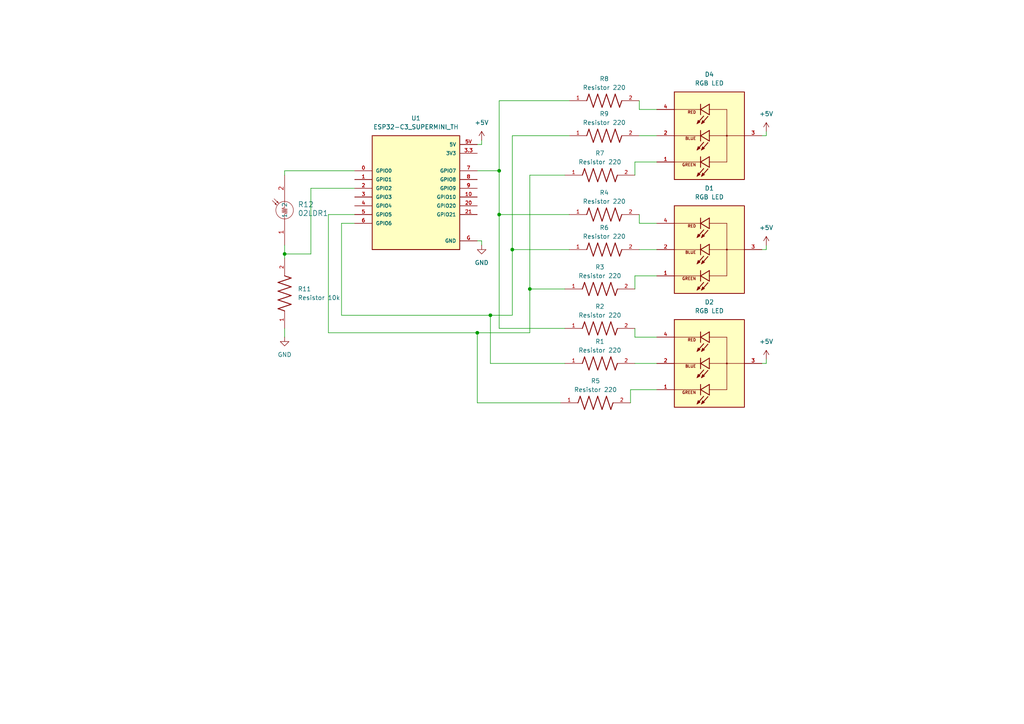
<source format=kicad_sch>
(kicad_sch
	(version 20250114)
	(generator "eeschema")
	(generator_version "9.0")
	(uuid "dad4b5c5-0ff0-4d86-9566-7b1a36d0493a")
	(paper "A4")
	(lib_symbols
		(symbol "ESP32-c3 super mini:ESP32-C3_SUPERMINI_TH"
			(pin_names
				(offset 1.016)
			)
			(exclude_from_sim no)
			(in_bom yes)
			(on_board yes)
			(property "Reference" "U"
				(at -12.7 16.002 0)
				(effects
					(font
						(size 1.27 1.27)
					)
					(justify left bottom)
				)
			)
			(property "Value" "ESP32-C3_SUPERMINI_TH"
				(at -12.7 -20.32 0)
				(effects
					(font
						(size 1.27 1.27)
					)
					(justify left bottom)
				)
			)
			(property "Footprint" "ESP32-C3_SUPERMINI_TH:MODULE_ESP32-C3_SUPERMINI_TH"
				(at 0 0 0)
				(effects
					(font
						(size 1.27 1.27)
					)
					(justify bottom)
					(hide yes)
				)
			)
			(property "Datasheet" ""
				(at 0 0 0)
				(effects
					(font
						(size 1.27 1.27)
					)
					(hide yes)
				)
			)
			(property "Description" ""
				(at 0 0 0)
				(effects
					(font
						(size 1.27 1.27)
					)
					(hide yes)
				)
			)
			(property "MF" "Espressif Systems"
				(at 0 0 0)
				(effects
					(font
						(size 1.27 1.27)
					)
					(justify bottom)
					(hide yes)
				)
			)
			(property "Description_1" "Super tiny ESP32-C3 board"
				(at 0 0 0)
				(effects
					(font
						(size 1.27 1.27)
					)
					(justify bottom)
					(hide yes)
				)
			)
			(property "CREATOR" "DIZAR"
				(at 0 0 0)
				(effects
					(font
						(size 1.27 1.27)
					)
					(justify bottom)
					(hide yes)
				)
			)
			(property "Price" "None"
				(at 0 0 0)
				(effects
					(font
						(size 1.27 1.27)
					)
					(justify bottom)
					(hide yes)
				)
			)
			(property "Package" "Package"
				(at 0 0 0)
				(effects
					(font
						(size 1.27 1.27)
					)
					(justify bottom)
					(hide yes)
				)
			)
			(property "Check_prices" "https://www.snapeda.com/parts/ESP32-C3%20SuperMini_TH/Espressif+Systems/view-part/?ref=eda"
				(at 0 0 0)
				(effects
					(font
						(size 1.27 1.27)
					)
					(justify bottom)
					(hide yes)
				)
			)
			(property "STANDARD" "IPC-7351B"
				(at 0 0 0)
				(effects
					(font
						(size 1.27 1.27)
					)
					(justify bottom)
					(hide yes)
				)
			)
			(property "VERIFIER" ""
				(at 0 0 0)
				(effects
					(font
						(size 1.27 1.27)
					)
					(justify bottom)
					(hide yes)
				)
			)
			(property "SnapEDA_Link" "https://www.snapeda.com/parts/ESP32-C3%20SuperMini_TH/Espressif+Systems/view-part/?ref=snap"
				(at 0 0 0)
				(effects
					(font
						(size 1.27 1.27)
					)
					(justify bottom)
					(hide yes)
				)
			)
			(property "MP" "ESP32-C3 SuperMini_TH"
				(at 0 0 0)
				(effects
					(font
						(size 1.27 1.27)
					)
					(justify bottom)
					(hide yes)
				)
			)
			(property "Availability" "Not in stock"
				(at 0 0 0)
				(effects
					(font
						(size 1.27 1.27)
					)
					(justify bottom)
					(hide yes)
				)
			)
			(property "MANUFACTURER" "Espressif Systems"
				(at 0 0 0)
				(effects
					(font
						(size 1.27 1.27)
					)
					(justify bottom)
					(hide yes)
				)
			)
			(symbol "ESP32-C3_SUPERMINI_TH_0_0"
				(rectangle
					(start -12.7 -17.78)
					(end 12.7 15.24)
					(stroke
						(width 0.254)
						(type default)
					)
					(fill
						(type background)
					)
				)
				(pin bidirectional line
					(at -17.78 5.08 0)
					(length 5.08)
					(name "GPIO0"
						(effects
							(font
								(size 1.016 1.016)
							)
						)
					)
					(number "0"
						(effects
							(font
								(size 1.016 1.016)
							)
						)
					)
				)
				(pin bidirectional line
					(at -17.78 2.54 0)
					(length 5.08)
					(name "GPIO1"
						(effects
							(font
								(size 1.016 1.016)
							)
						)
					)
					(number "1"
						(effects
							(font
								(size 1.016 1.016)
							)
						)
					)
				)
				(pin bidirectional line
					(at -17.78 0 0)
					(length 5.08)
					(name "GPIO2"
						(effects
							(font
								(size 1.016 1.016)
							)
						)
					)
					(number "2"
						(effects
							(font
								(size 1.016 1.016)
							)
						)
					)
				)
				(pin bidirectional line
					(at -17.78 -2.54 0)
					(length 5.08)
					(name "GPIO3"
						(effects
							(font
								(size 1.016 1.016)
							)
						)
					)
					(number "3"
						(effects
							(font
								(size 1.016 1.016)
							)
						)
					)
				)
				(pin bidirectional line
					(at -17.78 -5.08 0)
					(length 5.08)
					(name "GPIO4"
						(effects
							(font
								(size 1.016 1.016)
							)
						)
					)
					(number "4"
						(effects
							(font
								(size 1.016 1.016)
							)
						)
					)
				)
				(pin bidirectional line
					(at -17.78 -7.62 0)
					(length 5.08)
					(name "GPIO5"
						(effects
							(font
								(size 1.016 1.016)
							)
						)
					)
					(number "5"
						(effects
							(font
								(size 1.016 1.016)
							)
						)
					)
				)
				(pin bidirectional line
					(at -17.78 -10.16 0)
					(length 5.08)
					(name "GPIO6"
						(effects
							(font
								(size 1.016 1.016)
							)
						)
					)
					(number "6"
						(effects
							(font
								(size 1.016 1.016)
							)
						)
					)
				)
				(pin power_in line
					(at 17.78 12.7 180)
					(length 5.08)
					(name "5V"
						(effects
							(font
								(size 1.016 1.016)
							)
						)
					)
					(number "5V"
						(effects
							(font
								(size 1.016 1.016)
							)
						)
					)
				)
				(pin power_in line
					(at 17.78 10.16 180)
					(length 5.08)
					(name "3V3"
						(effects
							(font
								(size 1.016 1.016)
							)
						)
					)
					(number "3.3"
						(effects
							(font
								(size 1.016 1.016)
							)
						)
					)
				)
				(pin bidirectional line
					(at 17.78 5.08 180)
					(length 5.08)
					(name "GPIO7"
						(effects
							(font
								(size 1.016 1.016)
							)
						)
					)
					(number "7"
						(effects
							(font
								(size 1.016 1.016)
							)
						)
					)
				)
				(pin bidirectional line
					(at 17.78 2.54 180)
					(length 5.08)
					(name "GPIO8"
						(effects
							(font
								(size 1.016 1.016)
							)
						)
					)
					(number "8"
						(effects
							(font
								(size 1.016 1.016)
							)
						)
					)
				)
				(pin bidirectional line
					(at 17.78 0 180)
					(length 5.08)
					(name "GPIO9"
						(effects
							(font
								(size 1.016 1.016)
							)
						)
					)
					(number "9"
						(effects
							(font
								(size 1.016 1.016)
							)
						)
					)
				)
				(pin bidirectional line
					(at 17.78 -2.54 180)
					(length 5.08)
					(name "GPIO10"
						(effects
							(font
								(size 1.016 1.016)
							)
						)
					)
					(number "10"
						(effects
							(font
								(size 1.016 1.016)
							)
						)
					)
				)
				(pin bidirectional line
					(at 17.78 -5.08 180)
					(length 5.08)
					(name "GPIO20"
						(effects
							(font
								(size 1.016 1.016)
							)
						)
					)
					(number "20"
						(effects
							(font
								(size 1.016 1.016)
							)
						)
					)
				)
				(pin bidirectional line
					(at 17.78 -7.62 180)
					(length 5.08)
					(name "GPIO21"
						(effects
							(font
								(size 1.016 1.016)
							)
						)
					)
					(number "21"
						(effects
							(font
								(size 1.016 1.016)
							)
						)
					)
				)
				(pin power_in line
					(at 17.78 -15.24 180)
					(length 5.08)
					(name "GND"
						(effects
							(font
								(size 1.016 1.016)
							)
						)
					)
					(number "G"
						(effects
							(font
								(size 1.016 1.016)
							)
						)
					)
				)
			)
			(embedded_fonts no)
		)
		(symbol "LDR:02LDR1"
			(pin_names
				(offset 0.254)
			)
			(exclude_from_sim no)
			(in_bom yes)
			(on_board yes)
			(property "Reference" "R"
				(at 10.16 10.16 0)
				(effects
					(font
						(size 1.524 1.524)
					)
				)
			)
			(property "Value" "02LDR1"
				(at 20.32 7.62 0)
				(effects
					(font
						(size 1.524 1.524)
					)
				)
			)
			(property "Footprint" "LDR1_NTE"
				(at 0 0 0)
				(effects
					(font
						(size 1.27 1.27)
						(italic yes)
					)
					(hide yes)
				)
			)
			(property "Datasheet" "02LDR1"
				(at 0 0 0)
				(effects
					(font
						(size 1.27 1.27)
						(italic yes)
					)
					(hide yes)
				)
			)
			(property "Description" ""
				(at 0 0 0)
				(effects
					(font
						(size 1.27 1.27)
					)
					(hide yes)
				)
			)
			(property "ki_locked" ""
				(at 0 0 0)
				(effects
					(font
						(size 1.27 1.27)
					)
				)
			)
			(property "ki_keywords" "02LDR1"
				(at 0 0 0)
				(effects
					(font
						(size 1.27 1.27)
					)
					(hide yes)
				)
			)
			(property "ki_fp_filters" "LDR1_NTE"
				(at 0 0 0)
				(effects
					(font
						(size 1.27 1.27)
					)
					(hide yes)
				)
			)
			(symbol "02LDR1_0_1"
				(polyline
					(pts
						(xy 7.62 0) (xy 9.144 0)
					)
					(stroke
						(width 0.127)
						(type default)
					)
					(fill
						(type none)
					)
				)
				(polyline
					(pts
						(xy 9.144 0) (xy 9.398 -0.762)
					)
					(stroke
						(width 0.127)
						(type default)
					)
					(fill
						(type none)
					)
				)
				(polyline
					(pts
						(xy 9.398 -0.762) (xy 9.652 0.762)
					)
					(stroke
						(width 0.127)
						(type default)
					)
					(fill
						(type none)
					)
				)
				(polyline
					(pts
						(xy 9.652 0.762) (xy 9.906 -0.762)
					)
					(stroke
						(width 0.127)
						(type default)
					)
					(fill
						(type none)
					)
				)
				(polyline
					(pts
						(xy 9.906 -0.762) (xy 10.16 0.762)
					)
					(stroke
						(width 0.127)
						(type default)
					)
					(fill
						(type none)
					)
				)
				(polyline
					(pts
						(xy 10.16 0.762) (xy 10.414 -0.762)
					)
					(stroke
						(width 0.127)
						(type default)
					)
					(fill
						(type none)
					)
				)
				(circle
					(center 10.16 0)
					(radius 2.54)
					(stroke
						(width 0.127)
						(type default)
					)
					(fill
						(type none)
					)
				)
				(polyline
					(pts
						(xy 10.414 -0.762) (xy 10.668 0.762)
					)
					(stroke
						(width 0.127)
						(type default)
					)
					(fill
						(type none)
					)
				)
				(polyline
					(pts
						(xy 10.668 0.762) (xy 10.922 0)
					)
					(stroke
						(width 0.127)
						(type default)
					)
					(fill
						(type none)
					)
				)
				(polyline
					(pts
						(xy 10.922 0) (xy 12.7 0)
					)
					(stroke
						(width 0.127)
						(type default)
					)
					(fill
						(type none)
					)
				)
				(polyline
					(pts
						(xy 11.684 2.286) (xy 11.938 2.794) (xy 12.192 2.54)
					)
					(stroke
						(width 0)
						(type default)
					)
					(fill
						(type outline)
					)
				)
				(polyline
					(pts
						(xy 12.446 2.286) (xy 12.7 2.032) (xy 12.192 1.778)
					)
					(stroke
						(width 0)
						(type default)
					)
					(fill
						(type outline)
					)
				)
				(polyline
					(pts
						(xy 12.446 2.032) (xy 13.462 3.048)
					)
					(stroke
						(width 0.127)
						(type default)
					)
					(fill
						(type none)
					)
				)
				(polyline
					(pts
						(xy 12.954 3.556) (xy 11.938 2.54)
					)
					(stroke
						(width 0.127)
						(type default)
					)
					(fill
						(type none)
					)
				)
				(pin unspecified line
					(at 0 0 0)
					(length 7.62)
					(name "1"
						(effects
							(font
								(size 1.27 1.27)
							)
						)
					)
					(number "1"
						(effects
							(font
								(size 1.27 1.27)
							)
						)
					)
				)
				(pin unspecified line
					(at 20.32 0 180)
					(length 7.62)
					(name "2"
						(effects
							(font
								(size 1.27 1.27)
							)
						)
					)
					(number "2"
						(effects
							(font
								(size 1.27 1.27)
							)
						)
					)
				)
			)
			(embedded_fonts no)
		)
		(symbol "RGB LED anode:QBL8RGB60D0-2897"
			(pin_names
				(offset 1.016)
			)
			(exclude_from_sim no)
			(in_bom yes)
			(on_board yes)
			(property "Reference" "D"
				(at -7.62 15.24 0)
				(effects
					(font
						(size 1.27 1.27)
					)
					(justify left bottom)
				)
			)
			(property "Value" "QBL8RGB60D0-2897"
				(at -7.62 -17.78 0)
				(effects
					(font
						(size 1.27 1.27)
					)
					(justify left bottom)
				)
			)
			(property "Footprint" "QBL8RGB60D0-2897:LED_QBL8RGB60D0-2897"
				(at 0 0 0)
				(effects
					(font
						(size 1.27 1.27)
					)
					(justify bottom)
					(hide yes)
				)
			)
			(property "Datasheet" ""
				(at 0 0 0)
				(effects
					(font
						(size 1.27 1.27)
					)
					(hide yes)
				)
			)
			(property "Description" ""
				(at 0 0 0)
				(effects
					(font
						(size 1.27 1.27)
					)
					(hide yes)
				)
			)
			(property "MF" "QT Brightek (QTB)"
				(at 0 0 0)
				(effects
					(font
						(size 1.27 1.27)
					)
					(justify bottom)
					(hide yes)
				)
			)
			(property "MAXIMUM_PACKAGE_HEIGHT" "8.65 mm"
				(at 0 0 0)
				(effects
					(font
						(size 1.27 1.27)
					)
					(justify bottom)
					(hide yes)
				)
			)
			(property "Package" "Radial QT Brightek (QTB)"
				(at 0 0 0)
				(effects
					(font
						(size 1.27 1.27)
					)
					(justify bottom)
					(hide yes)
				)
			)
			(property "Price" "None"
				(at 0 0 0)
				(effects
					(font
						(size 1.27 1.27)
					)
					(justify bottom)
					(hide yes)
				)
			)
			(property "Check_prices" "https://www.snapeda.com/parts/QBL8RGB60D0-2897/QT/view-part/?ref=eda"
				(at 0 0 0)
				(effects
					(font
						(size 1.27 1.27)
					)
					(justify bottom)
					(hide yes)
				)
			)
			(property "STANDARD" "IPC 7351B"
				(at 0 0 0)
				(effects
					(font
						(size 1.27 1.27)
					)
					(justify bottom)
					(hide yes)
				)
			)
			(property "PARTREV" "1.0"
				(at 0 0 0)
				(effects
					(font
						(size 1.27 1.27)
					)
					(justify bottom)
					(hide yes)
				)
			)
			(property "SnapEDA_Link" "https://www.snapeda.com/parts/QBL8RGB60D0-2897/QT/view-part/?ref=snap"
				(at 0 0 0)
				(effects
					(font
						(size 1.27 1.27)
					)
					(justify bottom)
					(hide yes)
				)
			)
			(property "MP" "QBL8RGB60D0-2897"
				(at 0 0 0)
				(effects
					(font
						(size 1.27 1.27)
					)
					(justify bottom)
					(hide yes)
				)
			)
			(property "Description_1" "Red, Green, Blue (RGB) 624nm Red, 525nm Green, 470nm Blue LED Indication - Discrete 2V Red, 3.2V Green, 3.2V Blue Radial"
				(at 0 0 0)
				(effects
					(font
						(size 1.27 1.27)
					)
					(justify bottom)
					(hide yes)
				)
			)
			(property "MANUFACTURER" "QT BRIGHTEK"
				(at 0 0 0)
				(effects
					(font
						(size 1.27 1.27)
					)
					(justify bottom)
					(hide yes)
				)
			)
			(property "Availability" "In Stock"
				(at 0 0 0)
				(effects
					(font
						(size 1.27 1.27)
					)
					(justify bottom)
					(hide yes)
				)
			)
			(property "SNAPEDA_PN" "QBL8RGB60D0-2897"
				(at 0 0 0)
				(effects
					(font
						(size 1.27 1.27)
					)
					(justify bottom)
					(hide yes)
				)
			)
			(symbol "QBL8RGB60D0-2897_0_0"
				(polyline
					(pts
						(xy -10.16 0) (xy -5.08 0)
					)
					(stroke
						(width 0.1524)
						(type default)
					)
					(fill
						(type none)
					)
				)
				(rectangle
					(start -10.16 -12.7)
					(end 10.16 12.7)
					(stroke
						(width 0.254)
						(type default)
					)
					(fill
						(type background)
					)
				)
				(polyline
					(pts
						(xy -5.08 7.62) (xy -5.08 0)
					)
					(stroke
						(width 0.1524)
						(type default)
					)
					(fill
						(type none)
					)
				)
				(circle
					(center -5.08 0)
					(radius 0.127)
					(stroke
						(width 0.254)
						(type default)
					)
					(fill
						(type none)
					)
				)
				(polyline
					(pts
						(xy -5.08 0) (xy -5.08 -7.62)
					)
					(stroke
						(width 0.1524)
						(type default)
					)
					(fill
						(type none)
					)
				)
				(polyline
					(pts
						(xy -5.08 -7.62) (xy 0 -7.62)
					)
					(stroke
						(width 0.1524)
						(type default)
					)
					(fill
						(type none)
					)
				)
				(polyline
					(pts
						(xy 0 9.144) (xy 0 7.62)
					)
					(stroke
						(width 0.254)
						(type default)
					)
					(fill
						(type none)
					)
				)
				(polyline
					(pts
						(xy 0 7.62) (xy -5.08 7.62)
					)
					(stroke
						(width 0.1524)
						(type default)
					)
					(fill
						(type none)
					)
				)
				(polyline
					(pts
						(xy 0 7.62) (xy 0 6.096)
					)
					(stroke
						(width 0.254)
						(type default)
					)
					(fill
						(type none)
					)
				)
				(polyline
					(pts
						(xy 0 6.096) (xy 2.54 7.62)
					)
					(stroke
						(width 0.254)
						(type default)
					)
					(fill
						(type none)
					)
				)
				(polyline
					(pts
						(xy 0 1.524) (xy 0 0)
					)
					(stroke
						(width 0.254)
						(type default)
					)
					(fill
						(type none)
					)
				)
				(polyline
					(pts
						(xy 0 0) (xy -5.08 0)
					)
					(stroke
						(width 0.1524)
						(type default)
					)
					(fill
						(type none)
					)
				)
				(polyline
					(pts
						(xy 0 0) (xy 0 -1.524)
					)
					(stroke
						(width 0.254)
						(type default)
					)
					(fill
						(type none)
					)
				)
				(polyline
					(pts
						(xy 0 -1.524) (xy 2.54 0)
					)
					(stroke
						(width 0.254)
						(type default)
					)
					(fill
						(type none)
					)
				)
				(polyline
					(pts
						(xy 0 -6.096) (xy 0 -7.62)
					)
					(stroke
						(width 0.254)
						(type default)
					)
					(fill
						(type none)
					)
				)
				(polyline
					(pts
						(xy 0 -7.62) (xy 0 -9.144)
					)
					(stroke
						(width 0.254)
						(type default)
					)
					(fill
						(type none)
					)
				)
				(polyline
					(pts
						(xy 0 -9.144) (xy 2.54 -7.62)
					)
					(stroke
						(width 0.254)
						(type default)
					)
					(fill
						(type none)
					)
				)
				(polyline
					(pts
						(xy 1.397 11.303) (xy 1.9685 10.795) (xy 2.3495 11.811) (xy 1.397 11.303)
					)
					(stroke
						(width 0.1524)
						(type default)
					)
					(fill
						(type outline)
					)
				)
				(polyline
					(pts
						(xy 1.397 3.683) (xy 1.9685 3.175) (xy 2.3495 4.191) (xy 1.397 3.683)
					)
					(stroke
						(width 0.1524)
						(type default)
					)
					(fill
						(type outline)
					)
				)
				(polyline
					(pts
						(xy 1.397 -3.937) (xy 1.9685 -4.445) (xy 2.3495 -3.429) (xy 1.397 -3.937)
					)
					(stroke
						(width 0.1524)
						(type default)
					)
					(fill
						(type outline)
					)
				)
				(polyline
					(pts
						(xy 2.1844 11.6586) (xy 0.4064 9.6266)
					)
					(stroke
						(width 0.254)
						(type default)
					)
					(fill
						(type none)
					)
				)
				(polyline
					(pts
						(xy 2.1844 4.0386) (xy 0.4064 2.0066)
					)
					(stroke
						(width 0.254)
						(type default)
					)
					(fill
						(type none)
					)
				)
				(polyline
					(pts
						(xy 2.1844 -3.5814) (xy 0.4064 -5.6134)
					)
					(stroke
						(width 0.254)
						(type default)
					)
					(fill
						(type none)
					)
				)
				(polyline
					(pts
						(xy 2.54 9.144) (xy 2.54 7.62)
					)
					(stroke
						(width 0.254)
						(type default)
					)
					(fill
						(type none)
					)
				)
				(polyline
					(pts
						(xy 2.54 7.62) (xy 0 9.144)
					)
					(stroke
						(width 0.254)
						(type default)
					)
					(fill
						(type none)
					)
				)
				(polyline
					(pts
						(xy 2.54 7.62) (xy 2.54 6.096)
					)
					(stroke
						(width 0.254)
						(type default)
					)
					(fill
						(type none)
					)
				)
				(polyline
					(pts
						(xy 2.54 1.524) (xy 2.54 0)
					)
					(stroke
						(width 0.254)
						(type default)
					)
					(fill
						(type none)
					)
				)
				(polyline
					(pts
						(xy 2.54 0) (xy 0 1.524)
					)
					(stroke
						(width 0.254)
						(type default)
					)
					(fill
						(type none)
					)
				)
				(polyline
					(pts
						(xy 2.54 0) (xy 2.54 -1.524)
					)
					(stroke
						(width 0.254)
						(type default)
					)
					(fill
						(type none)
					)
				)
				(polyline
					(pts
						(xy 2.54 -6.096) (xy 2.54 -7.62)
					)
					(stroke
						(width 0.254)
						(type default)
					)
					(fill
						(type none)
					)
				)
				(polyline
					(pts
						(xy 2.54 -7.62) (xy 0 -6.096)
					)
					(stroke
						(width 0.254)
						(type default)
					)
					(fill
						(type none)
					)
				)
				(polyline
					(pts
						(xy 2.54 -7.62) (xy 2.54 -9.144)
					)
					(stroke
						(width 0.254)
						(type default)
					)
					(fill
						(type none)
					)
				)
				(polyline
					(pts
						(xy 2.667 11.2395) (xy 3.2385 10.7315) (xy 3.6195 11.811) (xy 2.667 11.2395)
					)
					(stroke
						(width 0.1524)
						(type default)
					)
					(fill
						(type outline)
					)
				)
				(polyline
					(pts
						(xy 2.667 3.6195) (xy 3.2385 3.1115) (xy 3.6195 4.191) (xy 2.667 3.6195)
					)
					(stroke
						(width 0.1524)
						(type default)
					)
					(fill
						(type outline)
					)
				)
				(polyline
					(pts
						(xy 2.667 -4.0005) (xy 3.2385 -4.5085) (xy 3.6195 -3.429) (xy 2.667 -4.0005)
					)
					(stroke
						(width 0.1524)
						(type default)
					)
					(fill
						(type outline)
					)
				)
				(polyline
					(pts
						(xy 3.429 11.557) (xy 1.651 9.525)
					)
					(stroke
						(width 0.254)
						(type default)
					)
					(fill
						(type none)
					)
				)
				(polyline
					(pts
						(xy 3.429 3.937) (xy 1.651 1.905)
					)
					(stroke
						(width 0.254)
						(type default)
					)
					(fill
						(type none)
					)
				)
				(polyline
					(pts
						(xy 3.429 -3.683) (xy 1.651 -5.715)
					)
					(stroke
						(width 0.254)
						(type default)
					)
					(fill
						(type none)
					)
				)
				(polyline
					(pts
						(xy 10.16 7.62) (xy 2.54 7.62)
					)
					(stroke
						(width 0.1524)
						(type default)
					)
					(fill
						(type none)
					)
				)
				(polyline
					(pts
						(xy 10.16 0) (xy 2.54 0)
					)
					(stroke
						(width 0.1524)
						(type default)
					)
					(fill
						(type none)
					)
				)
				(polyline
					(pts
						(xy 10.16 -7.62) (xy 2.54 -7.62)
					)
					(stroke
						(width 0.1524)
						(type default)
					)
					(fill
						(type none)
					)
				)
				(text "GREEN"
					(at 3.81 8.89 0)
					(effects
						(font
							(size 0.8128 0.8128)
						)
						(justify left bottom)
					)
				)
				(text "BLUE"
					(at 3.81 1.27 0)
					(effects
						(font
							(size 0.8128 0.8128)
						)
						(justify left bottom)
					)
				)
				(text "RED"
					(at 3.81 -6.35 0)
					(effects
						(font
							(size 0.8128 0.8128)
						)
						(justify left bottom)
					)
				)
				(pin passive line
					(at -15.24 0 0)
					(length 5.08)
					(name "~"
						(effects
							(font
								(size 1.016 1.016)
							)
						)
					)
					(number "3"
						(effects
							(font
								(size 1.016 1.016)
							)
						)
					)
				)
				(pin passive line
					(at 15.24 7.62 180)
					(length 5.08)
					(name "~"
						(effects
							(font
								(size 1.016 1.016)
							)
						)
					)
					(number "1"
						(effects
							(font
								(size 1.016 1.016)
							)
						)
					)
				)
				(pin passive line
					(at 15.24 0 180)
					(length 5.08)
					(name "~"
						(effects
							(font
								(size 1.016 1.016)
							)
						)
					)
					(number "2"
						(effects
							(font
								(size 1.016 1.016)
							)
						)
					)
				)
				(pin passive line
					(at 15.24 -7.62 180)
					(length 5.08)
					(name "~"
						(effects
							(font
								(size 1.016 1.016)
							)
						)
					)
					(number "4"
						(effects
							(font
								(size 1.016 1.016)
							)
						)
					)
				)
			)
			(embedded_fonts no)
		)
		(symbol "Resistor 10k:RCS040210K0FKED"
			(pin_names
				(offset 1.016)
			)
			(exclude_from_sim no)
			(in_bom yes)
			(on_board yes)
			(property "Reference" "R"
				(at -7.6244 2.5415 0)
				(effects
					(font
						(size 1.27 1.27)
					)
					(justify left bottom)
				)
			)
			(property "Value" "RCS040210K0FKED"
				(at -7.63 -5.0866 0)
				(effects
					(font
						(size 1.27 1.27)
					)
					(justify left bottom)
				)
			)
			(property "Footprint" "RCS040210K0FKED:RESC1005X40N"
				(at 0 0 0)
				(effects
					(font
						(size 1.27 1.27)
					)
					(justify bottom)
					(hide yes)
				)
			)
			(property "Datasheet" ""
				(at 0 0 0)
				(effects
					(font
						(size 1.27 1.27)
					)
					(hide yes)
				)
			)
			(property "Description" ""
				(at 0 0 0)
				(effects
					(font
						(size 1.27 1.27)
					)
					(hide yes)
				)
			)
			(property "MF" "Vishay"
				(at 0 0 0)
				(effects
					(font
						(size 1.27 1.27)
					)
					(justify bottom)
					(hide yes)
				)
			)
			(property "Description_1" "10 kOhms ±1% 0.333W, 1/3W Chip Resistor 0402 (1005 Metric) Automotive AEC-Q200, Pulse Withstanding Thick Film"
				(at 0 0 0)
				(effects
					(font
						(size 1.27 1.27)
					)
					(justify bottom)
					(hide yes)
				)
			)
			(property "Package" "1005 Panasonic Electronic Components"
				(at 0 0 0)
				(effects
					(font
						(size 1.27 1.27)
					)
					(justify bottom)
					(hide yes)
				)
			)
			(property "Price" "None"
				(at 0 0 0)
				(effects
					(font
						(size 1.27 1.27)
					)
					(justify bottom)
					(hide yes)
				)
			)
			(property "SnapEDA_Link" "https://www.snapeda.com/parts/RCS040210K0FKED/Vishay/view-part/?ref=snap"
				(at 0 0 0)
				(effects
					(font
						(size 1.27 1.27)
					)
					(justify bottom)
					(hide yes)
				)
			)
			(property "MP" "RCS040210K0FKED"
				(at 0 0 0)
				(effects
					(font
						(size 1.27 1.27)
					)
					(justify bottom)
					(hide yes)
				)
			)
			(property "Purchase-URL" "https://www.snapeda.com/api/url_track_click_mouser/?unipart_id=4095360&manufacturer=Vishay&part_name=RCS040210K0FKED&search_term=resistor 10k 1005 metric"
				(at 0 0 0)
				(effects
					(font
						(size 1.27 1.27)
					)
					(justify bottom)
					(hide yes)
				)
			)
			(property "Availability" "In Stock"
				(at 0 0 0)
				(effects
					(font
						(size 1.27 1.27)
					)
					(justify bottom)
					(hide yes)
				)
			)
			(property "Check_prices" "https://www.snapeda.com/parts/RCS040210K0FKED/Vishay/view-part/?ref=eda"
				(at 0 0 0)
				(effects
					(font
						(size 1.27 1.27)
					)
					(justify bottom)
					(hide yes)
				)
			)
			(symbol "RCS040210K0FKED_0_0"
				(polyline
					(pts
						(xy -5.08 0) (xy -4.445 1.905)
					)
					(stroke
						(width 0.254)
						(type default)
					)
					(fill
						(type none)
					)
				)
				(polyline
					(pts
						(xy -4.445 1.905) (xy -3.175 -1.905)
					)
					(stroke
						(width 0.254)
						(type default)
					)
					(fill
						(type none)
					)
				)
				(polyline
					(pts
						(xy -3.175 -1.905) (xy -1.905 1.905)
					)
					(stroke
						(width 0.254)
						(type default)
					)
					(fill
						(type none)
					)
				)
				(polyline
					(pts
						(xy -1.905 1.905) (xy -0.635 -1.905)
					)
					(stroke
						(width 0.254)
						(type default)
					)
					(fill
						(type none)
					)
				)
				(polyline
					(pts
						(xy -0.635 -1.905) (xy 0.635 1.905)
					)
					(stroke
						(width 0.254)
						(type default)
					)
					(fill
						(type none)
					)
				)
				(polyline
					(pts
						(xy 0.635 1.905) (xy 1.905 -1.905)
					)
					(stroke
						(width 0.254)
						(type default)
					)
					(fill
						(type none)
					)
				)
				(polyline
					(pts
						(xy 1.905 -1.905) (xy 3.175 1.905)
					)
					(stroke
						(width 0.254)
						(type default)
					)
					(fill
						(type none)
					)
				)
				(polyline
					(pts
						(xy 3.175 1.905) (xy 4.445 -1.905)
					)
					(stroke
						(width 0.254)
						(type default)
					)
					(fill
						(type none)
					)
				)
				(polyline
					(pts
						(xy 4.445 -1.905) (xy 5.08 0)
					)
					(stroke
						(width 0.254)
						(type default)
					)
					(fill
						(type none)
					)
				)
				(pin passive line
					(at -10.16 0 0)
					(length 5.08)
					(name "~"
						(effects
							(font
								(size 1.016 1.016)
							)
						)
					)
					(number "1"
						(effects
							(font
								(size 1.016 1.016)
							)
						)
					)
				)
				(pin passive line
					(at 10.16 0 180)
					(length 5.08)
					(name "~"
						(effects
							(font
								(size 1.016 1.016)
							)
						)
					)
					(number "2"
						(effects
							(font
								(size 1.016 1.016)
							)
						)
					)
				)
			)
			(embedded_fonts no)
		)
		(symbol "Resistor 220:CRCW0402220KFKEDC"
			(pin_names
				(offset 1.016)
			)
			(exclude_from_sim no)
			(in_bom yes)
			(on_board yes)
			(property "Reference" "R"
				(at -7.6244 2.5415 0)
				(effects
					(font
						(size 1.27 1.27)
					)
					(justify left bottom)
				)
			)
			(property "Value" "CRCW0402220KFKEDC"
				(at -7.63 -5.0866 0)
				(effects
					(font
						(size 1.27 1.27)
					)
					(justify left bottom)
				)
			)
			(property "Footprint" "CRCW0402220KFKEDC:RESC1005X35N"
				(at 0 0 0)
				(effects
					(font
						(size 1.27 1.27)
					)
					(justify bottom)
					(hide yes)
				)
			)
			(property "Datasheet" ""
				(at 0 0 0)
				(effects
					(font
						(size 1.27 1.27)
					)
					(hide yes)
				)
			)
			(property "Description" ""
				(at 0 0 0)
				(effects
					(font
						(size 1.27 1.27)
					)
					(hide yes)
				)
			)
			(property "MF" "Vishay"
				(at 0 0 0)
				(effects
					(font
						(size 1.27 1.27)
					)
					(justify bottom)
					(hide yes)
				)
			)
			(property "Description_1" "220 kOhms ±1% 0.063W, 1/16W Chip Resistor 0402 (1005 Metric) - Thick Film"
				(at 0 0 0)
				(effects
					(font
						(size 1.27 1.27)
					)
					(justify bottom)
					(hide yes)
				)
			)
			(property "Package" "1005 Yageo"
				(at 0 0 0)
				(effects
					(font
						(size 1.27 1.27)
					)
					(justify bottom)
					(hide yes)
				)
			)
			(property "Price" "None"
				(at 0 0 0)
				(effects
					(font
						(size 1.27 1.27)
					)
					(justify bottom)
					(hide yes)
				)
			)
			(property "SnapEDA_Link" "https://www.snapeda.com/parts/CRCW0402220KFKEDC/Vishay/view-part/?ref=snap"
				(at 0 0 0)
				(effects
					(font
						(size 1.27 1.27)
					)
					(justify bottom)
					(hide yes)
				)
			)
			(property "MP" "CRCW0402220KFKEDC"
				(at 0 0 0)
				(effects
					(font
						(size 1.27 1.27)
					)
					(justify bottom)
					(hide yes)
				)
			)
			(property "Purchase-URL" "https://www.snapeda.com/api/url_track_click_mouser/?unipart_id=4141932&manufacturer=Vishay&part_name=CRCW0402220KFKEDC&search_term=resistor 220"
				(at 0 0 0)
				(effects
					(font
						(size 1.27 1.27)
					)
					(justify bottom)
					(hide yes)
				)
			)
			(property "Availability" "In Stock"
				(at 0 0 0)
				(effects
					(font
						(size 1.27 1.27)
					)
					(justify bottom)
					(hide yes)
				)
			)
			(property "Check_prices" "https://www.snapeda.com/parts/CRCW0402220KFKEDC/Vishay/view-part/?ref=eda"
				(at 0 0 0)
				(effects
					(font
						(size 1.27 1.27)
					)
					(justify bottom)
					(hide yes)
				)
			)
			(symbol "CRCW0402220KFKEDC_0_0"
				(polyline
					(pts
						(xy -5.08 0) (xy -4.445 1.905)
					)
					(stroke
						(width 0.254)
						(type default)
					)
					(fill
						(type none)
					)
				)
				(polyline
					(pts
						(xy -4.445 1.905) (xy -3.175 -1.905)
					)
					(stroke
						(width 0.254)
						(type default)
					)
					(fill
						(type none)
					)
				)
				(polyline
					(pts
						(xy -3.175 -1.905) (xy -1.905 1.905)
					)
					(stroke
						(width 0.254)
						(type default)
					)
					(fill
						(type none)
					)
				)
				(polyline
					(pts
						(xy -1.905 1.905) (xy -0.635 -1.905)
					)
					(stroke
						(width 0.254)
						(type default)
					)
					(fill
						(type none)
					)
				)
				(polyline
					(pts
						(xy -0.635 -1.905) (xy 0.635 1.905)
					)
					(stroke
						(width 0.254)
						(type default)
					)
					(fill
						(type none)
					)
				)
				(polyline
					(pts
						(xy 0.635 1.905) (xy 1.905 -1.905)
					)
					(stroke
						(width 0.254)
						(type default)
					)
					(fill
						(type none)
					)
				)
				(polyline
					(pts
						(xy 1.905 -1.905) (xy 3.175 1.905)
					)
					(stroke
						(width 0.254)
						(type default)
					)
					(fill
						(type none)
					)
				)
				(polyline
					(pts
						(xy 3.175 1.905) (xy 4.445 -1.905)
					)
					(stroke
						(width 0.254)
						(type default)
					)
					(fill
						(type none)
					)
				)
				(polyline
					(pts
						(xy 4.445 -1.905) (xy 5.08 0)
					)
					(stroke
						(width 0.254)
						(type default)
					)
					(fill
						(type none)
					)
				)
				(pin passive line
					(at -10.16 0 0)
					(length 5.08)
					(name "~"
						(effects
							(font
								(size 1.016 1.016)
							)
						)
					)
					(number "1"
						(effects
							(font
								(size 1.016 1.016)
							)
						)
					)
				)
				(pin passive line
					(at 10.16 0 180)
					(length 5.08)
					(name "~"
						(effects
							(font
								(size 1.016 1.016)
							)
						)
					)
					(number "2"
						(effects
							(font
								(size 1.016 1.016)
							)
						)
					)
				)
			)
			(embedded_fonts no)
		)
		(symbol "power:+5V"
			(power)
			(pin_numbers
				(hide yes)
			)
			(pin_names
				(offset 0)
				(hide yes)
			)
			(exclude_from_sim no)
			(in_bom yes)
			(on_board yes)
			(property "Reference" "#PWR"
				(at 0 -3.81 0)
				(effects
					(font
						(size 1.27 1.27)
					)
					(hide yes)
				)
			)
			(property "Value" "+5V"
				(at 0 3.556 0)
				(effects
					(font
						(size 1.27 1.27)
					)
				)
			)
			(property "Footprint" ""
				(at 0 0 0)
				(effects
					(font
						(size 1.27 1.27)
					)
					(hide yes)
				)
			)
			(property "Datasheet" ""
				(at 0 0 0)
				(effects
					(font
						(size 1.27 1.27)
					)
					(hide yes)
				)
			)
			(property "Description" "Power symbol creates a global label with name \"+5V\""
				(at 0 0 0)
				(effects
					(font
						(size 1.27 1.27)
					)
					(hide yes)
				)
			)
			(property "ki_keywords" "global power"
				(at 0 0 0)
				(effects
					(font
						(size 1.27 1.27)
					)
					(hide yes)
				)
			)
			(symbol "+5V_0_1"
				(polyline
					(pts
						(xy -0.762 1.27) (xy 0 2.54)
					)
					(stroke
						(width 0)
						(type default)
					)
					(fill
						(type none)
					)
				)
				(polyline
					(pts
						(xy 0 2.54) (xy 0.762 1.27)
					)
					(stroke
						(width 0)
						(type default)
					)
					(fill
						(type none)
					)
				)
				(polyline
					(pts
						(xy 0 0) (xy 0 2.54)
					)
					(stroke
						(width 0)
						(type default)
					)
					(fill
						(type none)
					)
				)
			)
			(symbol "+5V_1_1"
				(pin power_in line
					(at 0 0 90)
					(length 0)
					(name "~"
						(effects
							(font
								(size 1.27 1.27)
							)
						)
					)
					(number "1"
						(effects
							(font
								(size 1.27 1.27)
							)
						)
					)
				)
			)
			(embedded_fonts no)
		)
		(symbol "power:GND"
			(power)
			(pin_numbers
				(hide yes)
			)
			(pin_names
				(offset 0)
				(hide yes)
			)
			(exclude_from_sim no)
			(in_bom yes)
			(on_board yes)
			(property "Reference" "#PWR"
				(at 0 -6.35 0)
				(effects
					(font
						(size 1.27 1.27)
					)
					(hide yes)
				)
			)
			(property "Value" "GND"
				(at 0 -3.81 0)
				(effects
					(font
						(size 1.27 1.27)
					)
				)
			)
			(property "Footprint" ""
				(at 0 0 0)
				(effects
					(font
						(size 1.27 1.27)
					)
					(hide yes)
				)
			)
			(property "Datasheet" ""
				(at 0 0 0)
				(effects
					(font
						(size 1.27 1.27)
					)
					(hide yes)
				)
			)
			(property "Description" "Power symbol creates a global label with name \"GND\" , ground"
				(at 0 0 0)
				(effects
					(font
						(size 1.27 1.27)
					)
					(hide yes)
				)
			)
			(property "ki_keywords" "global power"
				(at 0 0 0)
				(effects
					(font
						(size 1.27 1.27)
					)
					(hide yes)
				)
			)
			(symbol "GND_0_1"
				(polyline
					(pts
						(xy 0 0) (xy 0 -1.27) (xy 1.27 -1.27) (xy 0 -2.54) (xy -1.27 -1.27) (xy 0 -1.27)
					)
					(stroke
						(width 0)
						(type default)
					)
					(fill
						(type none)
					)
				)
			)
			(symbol "GND_1_1"
				(pin power_in line
					(at 0 0 270)
					(length 0)
					(name "~"
						(effects
							(font
								(size 1.27 1.27)
							)
						)
					)
					(number "1"
						(effects
							(font
								(size 1.27 1.27)
							)
						)
					)
				)
			)
			(embedded_fonts no)
		)
	)
	(junction
		(at 82.55 73.66)
		(diameter 0)
		(color 0 0 0 0)
		(uuid "15127560-deda-40d1-9145-22995ca64d52")
	)
	(junction
		(at 142.24 91.44)
		(diameter 0)
		(color 0 0 0 0)
		(uuid "2ee68525-90e9-47af-a067-91a0693344d7")
	)
	(junction
		(at 144.78 49.53)
		(diameter 0)
		(color 0 0 0 0)
		(uuid "57fec0e9-0317-4728-971f-edd94d045883")
	)
	(junction
		(at 144.78 62.23)
		(diameter 0)
		(color 0 0 0 0)
		(uuid "732dc009-1b17-43e6-951c-820ad633d134")
	)
	(junction
		(at 138.43 96.52)
		(diameter 0)
		(color 0 0 0 0)
		(uuid "91b1db76-f20e-4cb6-9b0f-fc17037bd582")
	)
	(junction
		(at 153.67 83.82)
		(diameter 0)
		(color 0 0 0 0)
		(uuid "bd6efc6c-5446-4351-b58f-a6a3badbf84e")
	)
	(junction
		(at 148.59 72.39)
		(diameter 0)
		(color 0 0 0 0)
		(uuid "bdadd67c-bfd9-4263-92a5-f87077a55dca")
	)
	(wire
		(pts
			(xy 153.67 50.8) (xy 163.83 50.8)
		)
		(stroke
			(width 0)
			(type default)
		)
		(uuid "003913af-3aed-431a-825a-9e3104342397")
	)
	(wire
		(pts
			(xy 165.1 29.21) (xy 144.78 29.21)
		)
		(stroke
			(width 0)
			(type default)
		)
		(uuid "0827b742-3fcc-48fe-9231-067d11dbeabe")
	)
	(wire
		(pts
			(xy 153.67 83.82) (xy 163.83 83.82)
		)
		(stroke
			(width 0)
			(type default)
		)
		(uuid "0e7c0492-7b92-458b-8f52-17daf6038ea8")
	)
	(wire
		(pts
			(xy 184.15 105.41) (xy 190.5 105.41)
		)
		(stroke
			(width 0)
			(type default)
		)
		(uuid "14ebb6f4-05d7-4d2d-9d5c-8d496e20a388")
	)
	(wire
		(pts
			(xy 148.59 39.37) (xy 165.1 39.37)
		)
		(stroke
			(width 0)
			(type default)
		)
		(uuid "163ad895-4e62-4599-8986-d9ec1c654d71")
	)
	(wire
		(pts
			(xy 90.17 73.66) (xy 90.17 54.61)
		)
		(stroke
			(width 0)
			(type default)
		)
		(uuid "1f98356c-c551-447b-b4ec-f037684014c7")
	)
	(wire
		(pts
			(xy 153.67 83.82) (xy 153.67 96.52)
		)
		(stroke
			(width 0)
			(type default)
		)
		(uuid "1ff483e7-a6e2-48a3-aef9-e2925bce0221")
	)
	(wire
		(pts
			(xy 190.5 31.75) (xy 185.42 31.75)
		)
		(stroke
			(width 0)
			(type default)
		)
		(uuid "23f51820-aa62-4b79-ac09-48028d3fad24")
	)
	(wire
		(pts
			(xy 82.55 95.25) (xy 82.55 97.79)
		)
		(stroke
			(width 0)
			(type default)
		)
		(uuid "27eca7cd-d079-4b71-80ea-94dd8ed37911")
	)
	(wire
		(pts
			(xy 163.83 95.25) (xy 144.78 95.25)
		)
		(stroke
			(width 0)
			(type default)
		)
		(uuid "2c8b78d4-7202-43ff-a3ac-0255fb56ad54")
	)
	(wire
		(pts
			(xy 148.59 72.39) (xy 165.1 72.39)
		)
		(stroke
			(width 0)
			(type default)
		)
		(uuid "2df93624-0edd-4228-a6d3-8471813b4523")
	)
	(wire
		(pts
			(xy 148.59 91.44) (xy 142.24 91.44)
		)
		(stroke
			(width 0)
			(type default)
		)
		(uuid "2f56a42a-ca92-4450-9495-cfab58da231f")
	)
	(wire
		(pts
			(xy 190.5 80.01) (xy 184.15 80.01)
		)
		(stroke
			(width 0)
			(type default)
		)
		(uuid "31f97c10-4d92-4f75-9865-e101af8d9b41")
	)
	(wire
		(pts
			(xy 138.43 69.85) (xy 139.7 69.85)
		)
		(stroke
			(width 0)
			(type default)
		)
		(uuid "34cd769d-35bb-4ccb-b76d-c988b9d1d407")
	)
	(wire
		(pts
			(xy 153.67 50.8) (xy 153.67 83.82)
		)
		(stroke
			(width 0)
			(type default)
		)
		(uuid "35fe954b-9a65-4e60-bf94-c5328d345123")
	)
	(wire
		(pts
			(xy 190.5 97.79) (xy 184.15 97.79)
		)
		(stroke
			(width 0)
			(type default)
		)
		(uuid "3ec4d42c-9511-4b25-adff-6c4e773f5bb2")
	)
	(wire
		(pts
			(xy 144.78 29.21) (xy 144.78 49.53)
		)
		(stroke
			(width 0)
			(type default)
		)
		(uuid "4614957e-499d-41d7-b34e-ed43be01590a")
	)
	(wire
		(pts
			(xy 142.24 91.44) (xy 99.06 91.44)
		)
		(stroke
			(width 0)
			(type default)
		)
		(uuid "4bf501f9-634e-4dfd-8603-f094bf11cc13")
	)
	(wire
		(pts
			(xy 82.55 50.8) (xy 82.55 49.53)
		)
		(stroke
			(width 0)
			(type default)
		)
		(uuid "529a3243-ef47-4a6c-accc-2670eb0101bf")
	)
	(wire
		(pts
			(xy 139.7 69.85) (xy 139.7 71.12)
		)
		(stroke
			(width 0)
			(type default)
		)
		(uuid "5f813880-7f01-43f5-b993-461ca7eb0e24")
	)
	(wire
		(pts
			(xy 142.24 105.41) (xy 142.24 91.44)
		)
		(stroke
			(width 0)
			(type default)
		)
		(uuid "6172b49b-8005-4288-9932-ed9881f340ad")
	)
	(wire
		(pts
			(xy 138.43 116.84) (xy 138.43 96.52)
		)
		(stroke
			(width 0)
			(type default)
		)
		(uuid "61a81ea7-4834-459b-a219-e8f6957cc3d0")
	)
	(wire
		(pts
			(xy 220.98 39.37) (xy 222.25 39.37)
		)
		(stroke
			(width 0)
			(type default)
		)
		(uuid "62509ffd-d44b-4107-ab5b-5f6e6d7d7c16")
	)
	(wire
		(pts
			(xy 190.5 64.77) (xy 185.42 64.77)
		)
		(stroke
			(width 0)
			(type default)
		)
		(uuid "6345add8-aca1-42b0-a8da-ef6de9156f39")
	)
	(wire
		(pts
			(xy 99.06 64.77) (xy 102.87 64.77)
		)
		(stroke
			(width 0)
			(type default)
		)
		(uuid "7710b30d-275a-4c60-b99b-8b5a71166167")
	)
	(wire
		(pts
			(xy 95.25 62.23) (xy 102.87 62.23)
		)
		(stroke
			(width 0)
			(type default)
		)
		(uuid "786b1d4a-e47b-4e42-b4b6-d6bbf5168f6e")
	)
	(wire
		(pts
			(xy 82.55 73.66) (xy 90.17 73.66)
		)
		(stroke
			(width 0)
			(type default)
		)
		(uuid "798eb442-1c9b-4ae2-81a1-ea33dfdfcb9e")
	)
	(wire
		(pts
			(xy 95.25 96.52) (xy 95.25 62.23)
		)
		(stroke
			(width 0)
			(type default)
		)
		(uuid "79fc9591-d751-4b39-ba38-4a05899fdba9")
	)
	(wire
		(pts
			(xy 148.59 72.39) (xy 148.59 91.44)
		)
		(stroke
			(width 0)
			(type default)
		)
		(uuid "7bea1494-935f-4ed9-8406-a87c389ab150")
	)
	(wire
		(pts
			(xy 184.15 97.79) (xy 184.15 95.25)
		)
		(stroke
			(width 0)
			(type default)
		)
		(uuid "7eed7b34-dd2a-4f5d-a67c-6a1061575c81")
	)
	(wire
		(pts
			(xy 82.55 49.53) (xy 102.87 49.53)
		)
		(stroke
			(width 0)
			(type default)
		)
		(uuid "85b7546b-5411-432d-acb7-ff64c46eda81")
	)
	(wire
		(pts
			(xy 148.59 39.37) (xy 148.59 72.39)
		)
		(stroke
			(width 0)
			(type default)
		)
		(uuid "87e4ed2f-f0a1-4daf-8265-26224e60fc56")
	)
	(wire
		(pts
			(xy 222.25 105.41) (xy 222.25 104.14)
		)
		(stroke
			(width 0)
			(type default)
		)
		(uuid "9082f432-375f-4796-a15c-431e6f4941e5")
	)
	(wire
		(pts
			(xy 185.42 72.39) (xy 190.5 72.39)
		)
		(stroke
			(width 0)
			(type default)
		)
		(uuid "9324441c-9c2f-40d3-bf49-b8b3f990d5e9")
	)
	(wire
		(pts
			(xy 190.5 46.99) (xy 184.15 46.99)
		)
		(stroke
			(width 0)
			(type default)
		)
		(uuid "9421d4f3-a1c8-45cd-a025-20f8c8816f22")
	)
	(wire
		(pts
			(xy 90.17 54.61) (xy 102.87 54.61)
		)
		(stroke
			(width 0)
			(type default)
		)
		(uuid "9c971739-10da-4e77-9ff6-ea8bfd710921")
	)
	(wire
		(pts
			(xy 184.15 80.01) (xy 184.15 83.82)
		)
		(stroke
			(width 0)
			(type default)
		)
		(uuid "9f4f7e90-eb4d-4830-bfc8-a937cb062fe8")
	)
	(wire
		(pts
			(xy 138.43 41.91) (xy 139.7 41.91)
		)
		(stroke
			(width 0)
			(type default)
		)
		(uuid "a076f5d3-fd7c-4e84-8481-693efab5314e")
	)
	(wire
		(pts
			(xy 82.55 73.66) (xy 82.55 74.93)
		)
		(stroke
			(width 0)
			(type default)
		)
		(uuid "a0ad559d-00c7-4bbe-a900-211a4ccf7358")
	)
	(wire
		(pts
			(xy 99.06 91.44) (xy 99.06 64.77)
		)
		(stroke
			(width 0)
			(type default)
		)
		(uuid "a7d1f981-1e4b-4bf7-b64a-71e6fc1ca9e5")
	)
	(wire
		(pts
			(xy 190.5 113.03) (xy 182.88 113.03)
		)
		(stroke
			(width 0)
			(type default)
		)
		(uuid "aaa4b751-1c8e-4749-bdee-2f25aa26b967")
	)
	(wire
		(pts
			(xy 153.67 96.52) (xy 138.43 96.52)
		)
		(stroke
			(width 0)
			(type default)
		)
		(uuid "adb9e95c-74fd-4273-a8a7-9e1ae72a589d")
	)
	(wire
		(pts
			(xy 163.83 105.41) (xy 142.24 105.41)
		)
		(stroke
			(width 0)
			(type default)
		)
		(uuid "af06ed24-f156-45fb-94dc-0202026a4859")
	)
	(wire
		(pts
			(xy 185.42 39.37) (xy 190.5 39.37)
		)
		(stroke
			(width 0)
			(type default)
		)
		(uuid "b2787d9f-ddf2-4591-823e-37fc7bdb79de")
	)
	(wire
		(pts
			(xy 82.55 71.12) (xy 82.55 73.66)
		)
		(stroke
			(width 0)
			(type default)
		)
		(uuid "b73860a0-2b07-455c-b370-dfefff5f5963")
	)
	(wire
		(pts
			(xy 162.56 116.84) (xy 138.43 116.84)
		)
		(stroke
			(width 0)
			(type default)
		)
		(uuid "c1cecb3a-3d1d-4db9-a780-1ca7d20a9023")
	)
	(wire
		(pts
			(xy 139.7 41.91) (xy 139.7 40.64)
		)
		(stroke
			(width 0)
			(type default)
		)
		(uuid "c775a284-4ec6-45c2-a310-23b1ec8503f9")
	)
	(wire
		(pts
			(xy 144.78 62.23) (xy 144.78 95.25)
		)
		(stroke
			(width 0)
			(type default)
		)
		(uuid "c79bf7de-766b-4c21-ae25-ca8c408d3f03")
	)
	(wire
		(pts
			(xy 144.78 49.53) (xy 138.43 49.53)
		)
		(stroke
			(width 0)
			(type default)
		)
		(uuid "ca5d2d51-b5b3-4ce1-b1f6-f8f0ac1427b0")
	)
	(wire
		(pts
			(xy 184.15 46.99) (xy 184.15 50.8)
		)
		(stroke
			(width 0)
			(type default)
		)
		(uuid "cb12d23d-fa5a-4d86-aaac-16f310c0361b")
	)
	(wire
		(pts
			(xy 222.25 72.39) (xy 222.25 71.12)
		)
		(stroke
			(width 0)
			(type default)
		)
		(uuid "d2490863-11f0-4003-93e3-7b393afd3f71")
	)
	(wire
		(pts
			(xy 138.43 96.52) (xy 95.25 96.52)
		)
		(stroke
			(width 0)
			(type default)
		)
		(uuid "d916dd14-fe4e-4d65-a13d-b6887f60b8dc")
	)
	(wire
		(pts
			(xy 220.98 72.39) (xy 222.25 72.39)
		)
		(stroke
			(width 0)
			(type default)
		)
		(uuid "e4027b79-3bd8-4f64-95a4-dfff9075b144")
	)
	(wire
		(pts
			(xy 185.42 64.77) (xy 185.42 62.23)
		)
		(stroke
			(width 0)
			(type default)
		)
		(uuid "e55273a4-a8db-4324-8c23-571984d545dc")
	)
	(wire
		(pts
			(xy 144.78 49.53) (xy 144.78 62.23)
		)
		(stroke
			(width 0)
			(type default)
		)
		(uuid "e7d57400-5c57-47ca-8a13-769400949983")
	)
	(wire
		(pts
			(xy 182.88 113.03) (xy 182.88 116.84)
		)
		(stroke
			(width 0)
			(type default)
		)
		(uuid "e962e5da-1d01-492d-ab89-cf121bef0e25")
	)
	(wire
		(pts
			(xy 144.78 62.23) (xy 165.1 62.23)
		)
		(stroke
			(width 0)
			(type default)
		)
		(uuid "eba57a3b-0da9-4942-b265-000444b994c4")
	)
	(wire
		(pts
			(xy 222.25 39.37) (xy 222.25 38.1)
		)
		(stroke
			(width 0)
			(type default)
		)
		(uuid "f2499046-fae7-4303-9a54-7aef4ec94a57")
	)
	(wire
		(pts
			(xy 220.98 105.41) (xy 222.25 105.41)
		)
		(stroke
			(width 0)
			(type default)
		)
		(uuid "fc768102-4696-427b-94f7-e7df286633c5")
	)
	(wire
		(pts
			(xy 185.42 31.75) (xy 185.42 29.21)
		)
		(stroke
			(width 0)
			(type default)
		)
		(uuid "ff360989-adec-47fd-91a2-6957316e3135")
	)
	(symbol
		(lib_id "Resistor 220:CRCW0402220KFKEDC")
		(at 173.99 105.41 0)
		(unit 1)
		(exclude_from_sim no)
		(in_bom yes)
		(on_board yes)
		(dnp no)
		(fields_autoplaced yes)
		(uuid "0c9f48ac-482f-465b-aae9-ea11bb61e2a3")
		(property "Reference" "R1"
			(at 173.99 99.06 0)
			(effects
				(font
					(size 1.27 1.27)
				)
			)
		)
		(property "Value" "Resistor 220"
			(at 173.99 101.6 0)
			(effects
				(font
					(size 1.27 1.27)
				)
			)
		)
		(property "Footprint" "Resistor 220:RESC1005X35N"
			(at 173.99 105.41 0)
			(effects
				(font
					(size 1.27 1.27)
				)
				(justify bottom)
				(hide yes)
			)
		)
		(property "Datasheet" ""
			(at 173.99 105.41 0)
			(effects
				(font
					(size 1.27 1.27)
				)
				(hide yes)
			)
		)
		(property "Description" ""
			(at 173.99 105.41 0)
			(effects
				(font
					(size 1.27 1.27)
				)
				(hide yes)
			)
		)
		(property "MF" "Vishay"
			(at 173.99 105.41 0)
			(effects
				(font
					(size 1.27 1.27)
				)
				(justify bottom)
				(hide yes)
			)
		)
		(property "Description_1" "220 kOhms ±1% 0.063W, 1/16W Chip Resistor 0402 (1005 Metric) - Thick Film"
			(at 173.99 105.41 0)
			(effects
				(font
					(size 1.27 1.27)
				)
				(justify bottom)
				(hide yes)
			)
		)
		(property "Package" "1005 Yageo"
			(at 173.99 105.41 0)
			(effects
				(font
					(size 1.27 1.27)
				)
				(justify bottom)
				(hide yes)
			)
		)
		(property "Price" "None"
			(at 173.99 105.41 0)
			(effects
				(font
					(size 1.27 1.27)
				)
				(justify bottom)
				(hide yes)
			)
		)
		(property "SnapEDA_Link" "https://www.snapeda.com/parts/CRCW0402220KFKEDC/Vishay/view-part/?ref=snap"
			(at 173.99 105.41 0)
			(effects
				(font
					(size 1.27 1.27)
				)
				(justify bottom)
				(hide yes)
			)
		)
		(property "MP" "CRCW0402220KFKEDC"
			(at 173.99 105.41 0)
			(effects
				(font
					(size 1.27 1.27)
				)
				(justify bottom)
				(hide yes)
			)
		)
		(property "Purchase-URL" "https://www.snapeda.com/api/url_track_click_mouser/?unipart_id=4141932&manufacturer=Vishay&part_name=CRCW0402220KFKEDC&search_term=resistor 220"
			(at 173.99 105.41 0)
			(effects
				(font
					(size 1.27 1.27)
				)
				(justify bottom)
				(hide yes)
			)
		)
		(property "Availability" "In Stock"
			(at 173.99 105.41 0)
			(effects
				(font
					(size 1.27 1.27)
				)
				(justify bottom)
				(hide yes)
			)
		)
		(property "Check_prices" "https://www.snapeda.com/parts/CRCW0402220KFKEDC/Vishay/view-part/?ref=eda"
			(at 173.99 105.41 0)
			(effects
				(font
					(size 1.27 1.27)
				)
				(justify bottom)
				(hide yes)
			)
		)
		(pin "2"
			(uuid "997c3e13-6733-46d9-9ced-6bf6f284693c")
		)
		(pin "1"
			(uuid "72699d16-b2e3-4b72-bb5c-b5ae75755c30")
		)
		(instances
			(project "SolasSense_Shamrock"
				(path "/dad4b5c5-0ff0-4d86-9566-7b1a36d0493a"
					(reference "R1")
					(unit 1)
				)
			)
		)
	)
	(symbol
		(lib_id "power:+5V")
		(at 222.25 71.12 0)
		(unit 1)
		(exclude_from_sim no)
		(in_bom yes)
		(on_board yes)
		(dnp no)
		(fields_autoplaced yes)
		(uuid "1467e263-f430-4207-8358-b6665258a127")
		(property "Reference" "#PWR02"
			(at 222.25 74.93 0)
			(effects
				(font
					(size 1.27 1.27)
				)
				(hide yes)
			)
		)
		(property "Value" "+5V"
			(at 222.25 66.04 0)
			(effects
				(font
					(size 1.27 1.27)
				)
			)
		)
		(property "Footprint" ""
			(at 222.25 71.12 0)
			(effects
				(font
					(size 1.27 1.27)
				)
				(hide yes)
			)
		)
		(property "Datasheet" ""
			(at 222.25 71.12 0)
			(effects
				(font
					(size 1.27 1.27)
				)
				(hide yes)
			)
		)
		(property "Description" "Power symbol creates a global label with name \"+5V\""
			(at 222.25 71.12 0)
			(effects
				(font
					(size 1.27 1.27)
				)
				(hide yes)
			)
		)
		(pin "1"
			(uuid "682e8d7f-5f63-425a-ae22-0a25c2dc2ec8")
		)
		(instances
			(project "SolasSense_Shamrock"
				(path "/dad4b5c5-0ff0-4d86-9566-7b1a36d0493a"
					(reference "#PWR02")
					(unit 1)
				)
			)
		)
	)
	(symbol
		(lib_id "RGB LED anode:QBL8RGB60D0-2897")
		(at 205.74 72.39 180)
		(unit 1)
		(exclude_from_sim no)
		(in_bom yes)
		(on_board yes)
		(dnp no)
		(fields_autoplaced yes)
		(uuid "1f4afbf0-420f-4c09-8c1b-574da82c9110")
		(property "Reference" "D1"
			(at 205.74 54.61 0)
			(effects
				(font
					(size 1.27 1.27)
				)
			)
		)
		(property "Value" "RGB LED"
			(at 205.74 57.15 0)
			(effects
				(font
					(size 1.27 1.27)
				)
			)
		)
		(property "Footprint" "RGB LED:LED_QBL8RGB60D0-2897"
			(at 205.74 72.39 0)
			(effects
				(font
					(size 1.27 1.27)
				)
				(justify bottom)
				(hide yes)
			)
		)
		(property "Datasheet" ""
			(at 205.74 72.39 0)
			(effects
				(font
					(size 1.27 1.27)
				)
				(hide yes)
			)
		)
		(property "Description" ""
			(at 205.74 72.39 0)
			(effects
				(font
					(size 1.27 1.27)
				)
				(hide yes)
			)
		)
		(property "MF" "QT Brightek (QTB)"
			(at 205.74 72.39 0)
			(effects
				(font
					(size 1.27 1.27)
				)
				(justify bottom)
				(hide yes)
			)
		)
		(property "MAXIMUM_PACKAGE_HEIGHT" "8.65 mm"
			(at 205.74 72.39 0)
			(effects
				(font
					(size 1.27 1.27)
				)
				(justify bottom)
				(hide yes)
			)
		)
		(property "Package" "Radial QT Brightek (QTB)"
			(at 205.74 72.39 0)
			(effects
				(font
					(size 1.27 1.27)
				)
				(justify bottom)
				(hide yes)
			)
		)
		(property "Price" "None"
			(at 205.74 72.39 0)
			(effects
				(font
					(size 1.27 1.27)
				)
				(justify bottom)
				(hide yes)
			)
		)
		(property "Check_prices" "https://www.snapeda.com/parts/QBL8RGB60D0-2897/QT/view-part/?ref=eda"
			(at 205.74 72.39 0)
			(effects
				(font
					(size 1.27 1.27)
				)
				(justify bottom)
				(hide yes)
			)
		)
		(property "STANDARD" "IPC 7351B"
			(at 205.74 72.39 0)
			(effects
				(font
					(size 1.27 1.27)
				)
				(justify bottom)
				(hide yes)
			)
		)
		(property "PARTREV" "1.0"
			(at 205.74 72.39 0)
			(effects
				(font
					(size 1.27 1.27)
				)
				(justify bottom)
				(hide yes)
			)
		)
		(property "SnapEDA_Link" "https://www.snapeda.com/parts/QBL8RGB60D0-2897/QT/view-part/?ref=snap"
			(at 205.74 72.39 0)
			(effects
				(font
					(size 1.27 1.27)
				)
				(justify bottom)
				(hide yes)
			)
		)
		(property "MP" "QBL8RGB60D0-2897"
			(at 205.74 72.39 0)
			(effects
				(font
					(size 1.27 1.27)
				)
				(justify bottom)
				(hide yes)
			)
		)
		(property "Description_1" "Red, Green, Blue (RGB) 624nm Red, 525nm Green, 470nm Blue LED Indication - Discrete 2V Red, 3.2V Green, 3.2V Blue Radial"
			(at 205.74 72.39 0)
			(effects
				(font
					(size 1.27 1.27)
				)
				(justify bottom)
				(hide yes)
			)
		)
		(property "MANUFACTURER" "QT BRIGHTEK"
			(at 205.74 72.39 0)
			(effects
				(font
					(size 1.27 1.27)
				)
				(justify bottom)
				(hide yes)
			)
		)
		(property "Availability" "In Stock"
			(at 205.74 72.39 0)
			(effects
				(font
					(size 1.27 1.27)
				)
				(justify bottom)
				(hide yes)
			)
		)
		(property "SNAPEDA_PN" "QBL8RGB60D0-2897"
			(at 205.74 72.39 0)
			(effects
				(font
					(size 1.27 1.27)
				)
				(justify bottom)
				(hide yes)
			)
		)
		(pin "3"
			(uuid "4c447065-1950-4494-9193-ff52a96eb926")
		)
		(pin "2"
			(uuid "17c04734-e4ca-42ae-b2d6-3b644c304736")
		)
		(pin "1"
			(uuid "7de9081c-7737-4f8f-910b-59a257647fec")
		)
		(pin "4"
			(uuid "fb661969-e797-4900-ba6a-fd6ed1652a8a")
		)
		(instances
			(project "SolasSense_Shamrock"
				(path "/dad4b5c5-0ff0-4d86-9566-7b1a36d0493a"
					(reference "D1")
					(unit 1)
				)
			)
		)
	)
	(symbol
		(lib_id "Resistor 220:CRCW0402220KFKEDC")
		(at 175.26 39.37 0)
		(unit 1)
		(exclude_from_sim no)
		(in_bom yes)
		(on_board yes)
		(dnp no)
		(fields_autoplaced yes)
		(uuid "33957e59-762f-4053-8610-f8179f90c55d")
		(property "Reference" "R9"
			(at 175.26 33.02 0)
			(effects
				(font
					(size 1.27 1.27)
				)
			)
		)
		(property "Value" "Resistor 220"
			(at 175.26 35.56 0)
			(effects
				(font
					(size 1.27 1.27)
				)
			)
		)
		(property "Footprint" "Resistor 220:RESC1005X35N"
			(at 175.26 39.37 0)
			(effects
				(font
					(size 1.27 1.27)
				)
				(justify bottom)
				(hide yes)
			)
		)
		(property "Datasheet" ""
			(at 175.26 39.37 0)
			(effects
				(font
					(size 1.27 1.27)
				)
				(hide yes)
			)
		)
		(property "Description" ""
			(at 175.26 39.37 0)
			(effects
				(font
					(size 1.27 1.27)
				)
				(hide yes)
			)
		)
		(property "MF" "Vishay"
			(at 175.26 39.37 0)
			(effects
				(font
					(size 1.27 1.27)
				)
				(justify bottom)
				(hide yes)
			)
		)
		(property "Description_1" "220 kOhms ±1% 0.063W, 1/16W Chip Resistor 0402 (1005 Metric) - Thick Film"
			(at 175.26 39.37 0)
			(effects
				(font
					(size 1.27 1.27)
				)
				(justify bottom)
				(hide yes)
			)
		)
		(property "Package" "1005 Yageo"
			(at 175.26 39.37 0)
			(effects
				(font
					(size 1.27 1.27)
				)
				(justify bottom)
				(hide yes)
			)
		)
		(property "Price" "None"
			(at 175.26 39.37 0)
			(effects
				(font
					(size 1.27 1.27)
				)
				(justify bottom)
				(hide yes)
			)
		)
		(property "SnapEDA_Link" "https://www.snapeda.com/parts/CRCW0402220KFKEDC/Vishay/view-part/?ref=snap"
			(at 175.26 39.37 0)
			(effects
				(font
					(size 1.27 1.27)
				)
				(justify bottom)
				(hide yes)
			)
		)
		(property "MP" "CRCW0402220KFKEDC"
			(at 175.26 39.37 0)
			(effects
				(font
					(size 1.27 1.27)
				)
				(justify bottom)
				(hide yes)
			)
		)
		(property "Purchase-URL" "https://www.snapeda.com/api/url_track_click_mouser/?unipart_id=4141932&manufacturer=Vishay&part_name=CRCW0402220KFKEDC&search_term=resistor 220"
			(at 175.26 39.37 0)
			(effects
				(font
					(size 1.27 1.27)
				)
				(justify bottom)
				(hide yes)
			)
		)
		(property "Availability" "In Stock"
			(at 175.26 39.37 0)
			(effects
				(font
					(size 1.27 1.27)
				)
				(justify bottom)
				(hide yes)
			)
		)
		(property "Check_prices" "https://www.snapeda.com/parts/CRCW0402220KFKEDC/Vishay/view-part/?ref=eda"
			(at 175.26 39.37 0)
			(effects
				(font
					(size 1.27 1.27)
				)
				(justify bottom)
				(hide yes)
			)
		)
		(pin "2"
			(uuid "65030a58-ad6a-43d5-9c29-f585fe4d76e9")
		)
		(pin "1"
			(uuid "77c71d65-555b-40f7-b7e1-3426ae330207")
		)
		(instances
			(project "SolasSense_Shamrock"
				(path "/dad4b5c5-0ff0-4d86-9566-7b1a36d0493a"
					(reference "R9")
					(unit 1)
				)
			)
		)
	)
	(symbol
		(lib_id "power:+5V")
		(at 139.7 40.64 0)
		(unit 1)
		(exclude_from_sim no)
		(in_bom yes)
		(on_board yes)
		(dnp no)
		(fields_autoplaced yes)
		(uuid "368a5680-1013-4adc-a1b1-6759e721ba7b")
		(property "Reference" "#PWR04"
			(at 139.7 44.45 0)
			(effects
				(font
					(size 1.27 1.27)
				)
				(hide yes)
			)
		)
		(property "Value" "+5V"
			(at 139.7 35.56 0)
			(effects
				(font
					(size 1.27 1.27)
				)
			)
		)
		(property "Footprint" ""
			(at 139.7 40.64 0)
			(effects
				(font
					(size 1.27 1.27)
				)
				(hide yes)
			)
		)
		(property "Datasheet" ""
			(at 139.7 40.64 0)
			(effects
				(font
					(size 1.27 1.27)
				)
				(hide yes)
			)
		)
		(property "Description" "Power symbol creates a global label with name \"+5V\""
			(at 139.7 40.64 0)
			(effects
				(font
					(size 1.27 1.27)
				)
				(hide yes)
			)
		)
		(pin "1"
			(uuid "0c268c2b-cf76-4622-93b6-ec126a5193f2")
		)
		(instances
			(project "SolasSense_Shamrock"
				(path "/dad4b5c5-0ff0-4d86-9566-7b1a36d0493a"
					(reference "#PWR04")
					(unit 1)
				)
			)
		)
	)
	(symbol
		(lib_id "RGB LED anode:QBL8RGB60D0-2897")
		(at 205.74 105.41 180)
		(unit 1)
		(exclude_from_sim no)
		(in_bom yes)
		(on_board yes)
		(dnp no)
		(fields_autoplaced yes)
		(uuid "6cd0f1ec-a622-4682-98bb-4511c3eaaa9f")
		(property "Reference" "D2"
			(at 205.74 87.63 0)
			(effects
				(font
					(size 1.27 1.27)
				)
			)
		)
		(property "Value" "RGB LED"
			(at 205.74 90.17 0)
			(effects
				(font
					(size 1.27 1.27)
				)
			)
		)
		(property "Footprint" "RGB LED:LED_QBL8RGB60D0-2897"
			(at 205.74 105.41 0)
			(effects
				(font
					(size 1.27 1.27)
				)
				(justify bottom)
				(hide yes)
			)
		)
		(property "Datasheet" ""
			(at 205.74 105.41 0)
			(effects
				(font
					(size 1.27 1.27)
				)
				(hide yes)
			)
		)
		(property "Description" ""
			(at 205.74 105.41 0)
			(effects
				(font
					(size 1.27 1.27)
				)
				(hide yes)
			)
		)
		(property "MF" "QT Brightek (QTB)"
			(at 205.74 105.41 0)
			(effects
				(font
					(size 1.27 1.27)
				)
				(justify bottom)
				(hide yes)
			)
		)
		(property "MAXIMUM_PACKAGE_HEIGHT" "8.65 mm"
			(at 205.74 105.41 0)
			(effects
				(font
					(size 1.27 1.27)
				)
				(justify bottom)
				(hide yes)
			)
		)
		(property "Package" "Radial QT Brightek (QTB)"
			(at 205.74 105.41 0)
			(effects
				(font
					(size 1.27 1.27)
				)
				(justify bottom)
				(hide yes)
			)
		)
		(property "Price" "None"
			(at 205.74 105.41 0)
			(effects
				(font
					(size 1.27 1.27)
				)
				(justify bottom)
				(hide yes)
			)
		)
		(property "Check_prices" "https://www.snapeda.com/parts/QBL8RGB60D0-2897/QT/view-part/?ref=eda"
			(at 205.74 105.41 0)
			(effects
				(font
					(size 1.27 1.27)
				)
				(justify bottom)
				(hide yes)
			)
		)
		(property "STANDARD" "IPC 7351B"
			(at 205.74 105.41 0)
			(effects
				(font
					(size 1.27 1.27)
				)
				(justify bottom)
				(hide yes)
			)
		)
		(property "PARTREV" "1.0"
			(at 205.74 105.41 0)
			(effects
				(font
					(size 1.27 1.27)
				)
				(justify bottom)
				(hide yes)
			)
		)
		(property "SnapEDA_Link" "https://www.snapeda.com/parts/QBL8RGB60D0-2897/QT/view-part/?ref=snap"
			(at 205.74 105.41 0)
			(effects
				(font
					(size 1.27 1.27)
				)
				(justify bottom)
				(hide yes)
			)
		)
		(property "MP" "QBL8RGB60D0-2897"
			(at 205.74 105.41 0)
			(effects
				(font
					(size 1.27 1.27)
				)
				(justify bottom)
				(hide yes)
			)
		)
		(property "Description_1" "Red, Green, Blue (RGB) 624nm Red, 525nm Green, 470nm Blue LED Indication - Discrete 2V Red, 3.2V Green, 3.2V Blue Radial"
			(at 205.74 105.41 0)
			(effects
				(font
					(size 1.27 1.27)
				)
				(justify bottom)
				(hide yes)
			)
		)
		(property "MANUFACTURER" "QT BRIGHTEK"
			(at 205.74 105.41 0)
			(effects
				(font
					(size 1.27 1.27)
				)
				(justify bottom)
				(hide yes)
			)
		)
		(property "Availability" "In Stock"
			(at 205.74 105.41 0)
			(effects
				(font
					(size 1.27 1.27)
				)
				(justify bottom)
				(hide yes)
			)
		)
		(property "SNAPEDA_PN" "QBL8RGB60D0-2897"
			(at 205.74 105.41 0)
			(effects
				(font
					(size 1.27 1.27)
				)
				(justify bottom)
				(hide yes)
			)
		)
		(pin "3"
			(uuid "5871c656-91ae-40ca-a998-6b52909a7ac3")
		)
		(pin "2"
			(uuid "af11f1ad-11cb-4b01-9ce2-f0bb11987e00")
		)
		(pin "1"
			(uuid "1ba7bcec-bffd-4437-9285-117b1e0ad804")
		)
		(pin "4"
			(uuid "39511ee7-d7d7-486e-9628-2fd14f7ce6d9")
		)
		(instances
			(project "SolasSense_Shamrock"
				(path "/dad4b5c5-0ff0-4d86-9566-7b1a36d0493a"
					(reference "D2")
					(unit 1)
				)
			)
		)
	)
	(symbol
		(lib_id "Resistor 220:CRCW0402220KFKEDC")
		(at 175.26 72.39 0)
		(unit 1)
		(exclude_from_sim no)
		(in_bom yes)
		(on_board yes)
		(dnp no)
		(fields_autoplaced yes)
		(uuid "70892757-1bff-4bf8-a2ba-5a297321b013")
		(property "Reference" "R6"
			(at 175.26 66.04 0)
			(effects
				(font
					(size 1.27 1.27)
				)
			)
		)
		(property "Value" "Resistor 220"
			(at 175.26 68.58 0)
			(effects
				(font
					(size 1.27 1.27)
				)
			)
		)
		(property "Footprint" "Resistor 220:RESC1005X35N"
			(at 175.26 72.39 0)
			(effects
				(font
					(size 1.27 1.27)
				)
				(justify bottom)
				(hide yes)
			)
		)
		(property "Datasheet" ""
			(at 175.26 72.39 0)
			(effects
				(font
					(size 1.27 1.27)
				)
				(hide yes)
			)
		)
		(property "Description" ""
			(at 175.26 72.39 0)
			(effects
				(font
					(size 1.27 1.27)
				)
				(hide yes)
			)
		)
		(property "MF" "Vishay"
			(at 175.26 72.39 0)
			(effects
				(font
					(size 1.27 1.27)
				)
				(justify bottom)
				(hide yes)
			)
		)
		(property "Description_1" "220 kOhms ±1% 0.063W, 1/16W Chip Resistor 0402 (1005 Metric) - Thick Film"
			(at 175.26 72.39 0)
			(effects
				(font
					(size 1.27 1.27)
				)
				(justify bottom)
				(hide yes)
			)
		)
		(property "Package" "1005 Yageo"
			(at 175.26 72.39 0)
			(effects
				(font
					(size 1.27 1.27)
				)
				(justify bottom)
				(hide yes)
			)
		)
		(property "Price" "None"
			(at 175.26 72.39 0)
			(effects
				(font
					(size 1.27 1.27)
				)
				(justify bottom)
				(hide yes)
			)
		)
		(property "SnapEDA_Link" "https://www.snapeda.com/parts/CRCW0402220KFKEDC/Vishay/view-part/?ref=snap"
			(at 175.26 72.39 0)
			(effects
				(font
					(size 1.27 1.27)
				)
				(justify bottom)
				(hide yes)
			)
		)
		(property "MP" "CRCW0402220KFKEDC"
			(at 175.26 72.39 0)
			(effects
				(font
					(size 1.27 1.27)
				)
				(justify bottom)
				(hide yes)
			)
		)
		(property "Purchase-URL" "https://www.snapeda.com/api/url_track_click_mouser/?unipart_id=4141932&manufacturer=Vishay&part_name=CRCW0402220KFKEDC&search_term=resistor 220"
			(at 175.26 72.39 0)
			(effects
				(font
					(size 1.27 1.27)
				)
				(justify bottom)
				(hide yes)
			)
		)
		(property "Availability" "In Stock"
			(at 175.26 72.39 0)
			(effects
				(font
					(size 1.27 1.27)
				)
				(justify bottom)
				(hide yes)
			)
		)
		(property "Check_prices" "https://www.snapeda.com/parts/CRCW0402220KFKEDC/Vishay/view-part/?ref=eda"
			(at 175.26 72.39 0)
			(effects
				(font
					(size 1.27 1.27)
				)
				(justify bottom)
				(hide yes)
			)
		)
		(pin "2"
			(uuid "39b1679d-8881-4f8e-b77d-e99cb7551f21")
		)
		(pin "1"
			(uuid "88961389-1bf9-48de-9897-b30bcdf9fa4d")
		)
		(instances
			(project "SolasSense_Shamrock"
				(path "/dad4b5c5-0ff0-4d86-9566-7b1a36d0493a"
					(reference "R6")
					(unit 1)
				)
			)
		)
	)
	(symbol
		(lib_id "Resistor 220:CRCW0402220KFKEDC")
		(at 173.99 95.25 0)
		(unit 1)
		(exclude_from_sim no)
		(in_bom yes)
		(on_board yes)
		(dnp no)
		(fields_autoplaced yes)
		(uuid "7929c483-e22f-46e4-b8cb-4753a33fdaf9")
		(property "Reference" "R2"
			(at 173.99 88.9 0)
			(effects
				(font
					(size 1.27 1.27)
				)
			)
		)
		(property "Value" "Resistor 220"
			(at 173.99 91.44 0)
			(effects
				(font
					(size 1.27 1.27)
				)
			)
		)
		(property "Footprint" "Resistor 220:RESC1005X35N"
			(at 173.99 95.25 0)
			(effects
				(font
					(size 1.27 1.27)
				)
				(justify bottom)
				(hide yes)
			)
		)
		(property "Datasheet" ""
			(at 173.99 95.25 0)
			(effects
				(font
					(size 1.27 1.27)
				)
				(hide yes)
			)
		)
		(property "Description" ""
			(at 173.99 95.25 0)
			(effects
				(font
					(size 1.27 1.27)
				)
				(hide yes)
			)
		)
		(property "MF" "Vishay"
			(at 173.99 95.25 0)
			(effects
				(font
					(size 1.27 1.27)
				)
				(justify bottom)
				(hide yes)
			)
		)
		(property "Description_1" "220 kOhms ±1% 0.063W, 1/16W Chip Resistor 0402 (1005 Metric) - Thick Film"
			(at 173.99 95.25 0)
			(effects
				(font
					(size 1.27 1.27)
				)
				(justify bottom)
				(hide yes)
			)
		)
		(property "Package" "1005 Yageo"
			(at 173.99 95.25 0)
			(effects
				(font
					(size 1.27 1.27)
				)
				(justify bottom)
				(hide yes)
			)
		)
		(property "Price" "None"
			(at 173.99 95.25 0)
			(effects
				(font
					(size 1.27 1.27)
				)
				(justify bottom)
				(hide yes)
			)
		)
		(property "SnapEDA_Link" "https://www.snapeda.com/parts/CRCW0402220KFKEDC/Vishay/view-part/?ref=snap"
			(at 173.99 95.25 0)
			(effects
				(font
					(size 1.27 1.27)
				)
				(justify bottom)
				(hide yes)
			)
		)
		(property "MP" "CRCW0402220KFKEDC"
			(at 173.99 95.25 0)
			(effects
				(font
					(size 1.27 1.27)
				)
				(justify bottom)
				(hide yes)
			)
		)
		(property "Purchase-URL" "https://www.snapeda.com/api/url_track_click_mouser/?unipart_id=4141932&manufacturer=Vishay&part_name=CRCW0402220KFKEDC&search_term=resistor 220"
			(at 173.99 95.25 0)
			(effects
				(font
					(size 1.27 1.27)
				)
				(justify bottom)
				(hide yes)
			)
		)
		(property "Availability" "In Stock"
			(at 173.99 95.25 0)
			(effects
				(font
					(size 1.27 1.27)
				)
				(justify bottom)
				(hide yes)
			)
		)
		(property "Check_prices" "https://www.snapeda.com/parts/CRCW0402220KFKEDC/Vishay/view-part/?ref=eda"
			(at 173.99 95.25 0)
			(effects
				(font
					(size 1.27 1.27)
				)
				(justify bottom)
				(hide yes)
			)
		)
		(pin "2"
			(uuid "6a29f996-0c1f-4ec5-af0f-10b826608775")
		)
		(pin "1"
			(uuid "532a30be-c46a-4079-9abc-6e371bb8a07b")
		)
		(instances
			(project "SolasSense_Shamrock"
				(path "/dad4b5c5-0ff0-4d86-9566-7b1a36d0493a"
					(reference "R2")
					(unit 1)
				)
			)
		)
	)
	(symbol
		(lib_id "Resistor 10k:RCS040210K0FKED")
		(at 82.55 85.09 90)
		(unit 1)
		(exclude_from_sim no)
		(in_bom yes)
		(on_board yes)
		(dnp no)
		(fields_autoplaced yes)
		(uuid "7ae07c15-402e-4d9e-93a7-d1e4deb668c9")
		(property "Reference" "R11"
			(at 86.36 83.8199 90)
			(effects
				(font
					(size 1.27 1.27)
				)
				(justify right)
			)
		)
		(property "Value" "Resistor 10k"
			(at 86.36 86.3599 90)
			(effects
				(font
					(size 1.27 1.27)
				)
				(justify right)
			)
		)
		(property "Footprint" "Resistor 10k:RESC1005X40N"
			(at 82.55 85.09 0)
			(effects
				(font
					(size 1.27 1.27)
				)
				(justify bottom)
				(hide yes)
			)
		)
		(property "Datasheet" ""
			(at 82.55 85.09 0)
			(effects
				(font
					(size 1.27 1.27)
				)
				(hide yes)
			)
		)
		(property "Description" ""
			(at 82.55 85.09 0)
			(effects
				(font
					(size 1.27 1.27)
				)
				(hide yes)
			)
		)
		(property "MF" "Vishay"
			(at 82.55 85.09 0)
			(effects
				(font
					(size 1.27 1.27)
				)
				(justify bottom)
				(hide yes)
			)
		)
		(property "Description_1" "10 kOhms ±1% 0.333W, 1/3W Chip Resistor 0402 (1005 Metric) Automotive AEC-Q200, Pulse Withstanding Thick Film"
			(at 82.55 85.09 0)
			(effects
				(font
					(size 1.27 1.27)
				)
				(justify bottom)
				(hide yes)
			)
		)
		(property "Package" "1005 Panasonic Electronic Components"
			(at 82.55 85.09 0)
			(effects
				(font
					(size 1.27 1.27)
				)
				(justify bottom)
				(hide yes)
			)
		)
		(property "Price" "None"
			(at 82.55 85.09 0)
			(effects
				(font
					(size 1.27 1.27)
				)
				(justify bottom)
				(hide yes)
			)
		)
		(property "SnapEDA_Link" "https://www.snapeda.com/parts/RCS040210K0FKED/Vishay/view-part/?ref=snap"
			(at 82.55 85.09 0)
			(effects
				(font
					(size 1.27 1.27)
				)
				(justify bottom)
				(hide yes)
			)
		)
		(property "MP" "RCS040210K0FKED"
			(at 82.55 85.09 0)
			(effects
				(font
					(size 1.27 1.27)
				)
				(justify bottom)
				(hide yes)
			)
		)
		(property "Purchase-URL" "https://www.snapeda.com/api/url_track_click_mouser/?unipart_id=4095360&manufacturer=Vishay&part_name=RCS040210K0FKED&search_term=resistor 10k 1005 metric"
			(at 82.55 85.09 0)
			(effects
				(font
					(size 1.27 1.27)
				)
				(justify bottom)
				(hide yes)
			)
		)
		(property "Availability" "In Stock"
			(at 82.55 85.09 0)
			(effects
				(font
					(size 1.27 1.27)
				)
				(justify bottom)
				(hide yes)
			)
		)
		(property "Check_prices" "https://www.snapeda.com/parts/RCS040210K0FKED/Vishay/view-part/?ref=eda"
			(at 82.55 85.09 0)
			(effects
				(font
					(size 1.27 1.27)
				)
				(justify bottom)
				(hide yes)
			)
		)
		(pin "1"
			(uuid "bb3dbf1b-89b9-4c6e-8c92-6fd21b4e8b78")
		)
		(pin "2"
			(uuid "b8b80a92-19e3-4ce4-a440-1779e4c0df0c")
		)
		(instances
			(project ""
				(path "/dad4b5c5-0ff0-4d86-9566-7b1a36d0493a"
					(reference "R11")
					(unit 1)
				)
			)
		)
	)
	(symbol
		(lib_id "power:+5V")
		(at 222.25 104.14 0)
		(unit 1)
		(exclude_from_sim no)
		(in_bom yes)
		(on_board yes)
		(dnp no)
		(fields_autoplaced yes)
		(uuid "7e3d1097-10b0-4eac-a870-ec9c26d4eddd")
		(property "Reference" "#PWR03"
			(at 222.25 107.95 0)
			(effects
				(font
					(size 1.27 1.27)
				)
				(hide yes)
			)
		)
		(property "Value" "+5V"
			(at 222.25 99.06 0)
			(effects
				(font
					(size 1.27 1.27)
				)
			)
		)
		(property "Footprint" ""
			(at 222.25 104.14 0)
			(effects
				(font
					(size 1.27 1.27)
				)
				(hide yes)
			)
		)
		(property "Datasheet" ""
			(at 222.25 104.14 0)
			(effects
				(font
					(size 1.27 1.27)
				)
				(hide yes)
			)
		)
		(property "Description" "Power symbol creates a global label with name \"+5V\""
			(at 222.25 104.14 0)
			(effects
				(font
					(size 1.27 1.27)
				)
				(hide yes)
			)
		)
		(pin "1"
			(uuid "c1065681-3e19-44df-8be6-be2f6cd0a0cd")
		)
		(instances
			(project "SolasSense_Shamrock"
				(path "/dad4b5c5-0ff0-4d86-9566-7b1a36d0493a"
					(reference "#PWR03")
					(unit 1)
				)
			)
		)
	)
	(symbol
		(lib_id "power:GND")
		(at 82.55 97.79 0)
		(unit 1)
		(exclude_from_sim no)
		(in_bom yes)
		(on_board yes)
		(dnp no)
		(fields_autoplaced yes)
		(uuid "7fb1629e-ab19-4d4c-8422-5be958441f32")
		(property "Reference" "#PWR05"
			(at 82.55 104.14 0)
			(effects
				(font
					(size 1.27 1.27)
				)
				(hide yes)
			)
		)
		(property "Value" "GND"
			(at 82.55 102.87 0)
			(effects
				(font
					(size 1.27 1.27)
				)
			)
		)
		(property "Footprint" ""
			(at 82.55 97.79 0)
			(effects
				(font
					(size 1.27 1.27)
				)
				(hide yes)
			)
		)
		(property "Datasheet" ""
			(at 82.55 97.79 0)
			(effects
				(font
					(size 1.27 1.27)
				)
				(hide yes)
			)
		)
		(property "Description" "Power symbol creates a global label with name \"GND\" , ground"
			(at 82.55 97.79 0)
			(effects
				(font
					(size 1.27 1.27)
				)
				(hide yes)
			)
		)
		(pin "1"
			(uuid "be28df5b-8384-44ef-97f0-af02417f2d83")
		)
		(instances
			(project ""
				(path "/dad4b5c5-0ff0-4d86-9566-7b1a36d0493a"
					(reference "#PWR05")
					(unit 1)
				)
			)
		)
	)
	(symbol
		(lib_id "LDR:02LDR1")
		(at 82.55 71.12 90)
		(unit 1)
		(exclude_from_sim no)
		(in_bom yes)
		(on_board yes)
		(dnp no)
		(fields_autoplaced yes)
		(uuid "814b1236-e626-4aab-b7b1-b4c1a1f94340")
		(property "Reference" "R12"
			(at 86.36 59.3089 90)
			(effects
				(font
					(size 1.524 1.524)
				)
				(justify right)
			)
		)
		(property "Value" "02LDR1"
			(at 86.36 61.8489 90)
			(effects
				(font
					(size 1.524 1.524)
				)
				(justify right)
			)
		)
		(property "Footprint" "LDR:LDR1_NTE"
			(at 82.55 71.12 0)
			(effects
				(font
					(size 1.27 1.27)
					(italic yes)
				)
				(hide yes)
			)
		)
		(property "Datasheet" "02LDR1"
			(at 82.55 71.12 0)
			(effects
				(font
					(size 1.27 1.27)
					(italic yes)
				)
				(hide yes)
			)
		)
		(property "Description" ""
			(at 82.55 71.12 0)
			(effects
				(font
					(size 1.27 1.27)
				)
				(hide yes)
			)
		)
		(pin "2"
			(uuid "e11f3cb4-849a-4ab9-94b5-1b66fe7711c6")
		)
		(pin "1"
			(uuid "39600979-0a0e-48d2-88bc-307ec8248c0b")
		)
		(instances
			(project ""
				(path "/dad4b5c5-0ff0-4d86-9566-7b1a36d0493a"
					(reference "R12")
					(unit 1)
				)
			)
		)
	)
	(symbol
		(lib_id "Resistor 220:CRCW0402220KFKEDC")
		(at 173.99 83.82 0)
		(unit 1)
		(exclude_from_sim no)
		(in_bom yes)
		(on_board yes)
		(dnp no)
		(fields_autoplaced yes)
		(uuid "81821925-37ec-4a84-af5c-b0d61726c32c")
		(property "Reference" "R3"
			(at 173.99 77.47 0)
			(effects
				(font
					(size 1.27 1.27)
				)
			)
		)
		(property "Value" "Resistor 220"
			(at 173.99 80.01 0)
			(effects
				(font
					(size 1.27 1.27)
				)
			)
		)
		(property "Footprint" "Resistor 220:RESC1005X35N"
			(at 173.99 83.82 0)
			(effects
				(font
					(size 1.27 1.27)
				)
				(justify bottom)
				(hide yes)
			)
		)
		(property "Datasheet" ""
			(at 173.99 83.82 0)
			(effects
				(font
					(size 1.27 1.27)
				)
				(hide yes)
			)
		)
		(property "Description" ""
			(at 173.99 83.82 0)
			(effects
				(font
					(size 1.27 1.27)
				)
				(hide yes)
			)
		)
		(property "MF" "Vishay"
			(at 173.99 83.82 0)
			(effects
				(font
					(size 1.27 1.27)
				)
				(justify bottom)
				(hide yes)
			)
		)
		(property "Description_1" "220 kOhms ±1% 0.063W, 1/16W Chip Resistor 0402 (1005 Metric) - Thick Film"
			(at 173.99 83.82 0)
			(effects
				(font
					(size 1.27 1.27)
				)
				(justify bottom)
				(hide yes)
			)
		)
		(property "Package" "1005 Yageo"
			(at 173.99 83.82 0)
			(effects
				(font
					(size 1.27 1.27)
				)
				(justify bottom)
				(hide yes)
			)
		)
		(property "Price" "None"
			(at 173.99 83.82 0)
			(effects
				(font
					(size 1.27 1.27)
				)
				(justify bottom)
				(hide yes)
			)
		)
		(property "SnapEDA_Link" "https://www.snapeda.com/parts/CRCW0402220KFKEDC/Vishay/view-part/?ref=snap"
			(at 173.99 83.82 0)
			(effects
				(font
					(size 1.27 1.27)
				)
				(justify bottom)
				(hide yes)
			)
		)
		(property "MP" "CRCW0402220KFKEDC"
			(at 173.99 83.82 0)
			(effects
				(font
					(size 1.27 1.27)
				)
				(justify bottom)
				(hide yes)
			)
		)
		(property "Purchase-URL" "https://www.snapeda.com/api/url_track_click_mouser/?unipart_id=4141932&manufacturer=Vishay&part_name=CRCW0402220KFKEDC&search_term=resistor 220"
			(at 173.99 83.82 0)
			(effects
				(font
					(size 1.27 1.27)
				)
				(justify bottom)
				(hide yes)
			)
		)
		(property "Availability" "In Stock"
			(at 173.99 83.82 0)
			(effects
				(font
					(size 1.27 1.27)
				)
				(justify bottom)
				(hide yes)
			)
		)
		(property "Check_prices" "https://www.snapeda.com/parts/CRCW0402220KFKEDC/Vishay/view-part/?ref=eda"
			(at 173.99 83.82 0)
			(effects
				(font
					(size 1.27 1.27)
				)
				(justify bottom)
				(hide yes)
			)
		)
		(pin "2"
			(uuid "945d2488-e2ef-4a99-b454-8f77eb925972")
		)
		(pin "1"
			(uuid "f89c6b81-cf45-4519-9bdf-0c79d4adf66e")
		)
		(instances
			(project "SolasSense_Shamrock"
				(path "/dad4b5c5-0ff0-4d86-9566-7b1a36d0493a"
					(reference "R3")
					(unit 1)
				)
			)
		)
	)
	(symbol
		(lib_id "Resistor 220:CRCW0402220KFKEDC")
		(at 175.26 29.21 0)
		(unit 1)
		(exclude_from_sim no)
		(in_bom yes)
		(on_board yes)
		(dnp no)
		(fields_autoplaced yes)
		(uuid "82ec663d-37a7-4609-98f9-2c9327b9a2f0")
		(property "Reference" "R8"
			(at 175.26 22.86 0)
			(effects
				(font
					(size 1.27 1.27)
				)
			)
		)
		(property "Value" "Resistor 220"
			(at 175.26 25.4 0)
			(effects
				(font
					(size 1.27 1.27)
				)
			)
		)
		(property "Footprint" "Resistor 220:RESC1005X35N"
			(at 175.26 29.21 0)
			(effects
				(font
					(size 1.27 1.27)
				)
				(justify bottom)
				(hide yes)
			)
		)
		(property "Datasheet" ""
			(at 175.26 29.21 0)
			(effects
				(font
					(size 1.27 1.27)
				)
				(hide yes)
			)
		)
		(property "Description" ""
			(at 175.26 29.21 0)
			(effects
				(font
					(size 1.27 1.27)
				)
				(hide yes)
			)
		)
		(property "MF" "Vishay"
			(at 175.26 29.21 0)
			(effects
				(font
					(size 1.27 1.27)
				)
				(justify bottom)
				(hide yes)
			)
		)
		(property "Description_1" "220 kOhms ±1% 0.063W, 1/16W Chip Resistor 0402 (1005 Metric) - Thick Film"
			(at 175.26 29.21 0)
			(effects
				(font
					(size 1.27 1.27)
				)
				(justify bottom)
				(hide yes)
			)
		)
		(property "Package" "1005 Yageo"
			(at 175.26 29.21 0)
			(effects
				(font
					(size 1.27 1.27)
				)
				(justify bottom)
				(hide yes)
			)
		)
		(property "Price" "None"
			(at 175.26 29.21 0)
			(effects
				(font
					(size 1.27 1.27)
				)
				(justify bottom)
				(hide yes)
			)
		)
		(property "SnapEDA_Link" "https://www.snapeda.com/parts/CRCW0402220KFKEDC/Vishay/view-part/?ref=snap"
			(at 175.26 29.21 0)
			(effects
				(font
					(size 1.27 1.27)
				)
				(justify bottom)
				(hide yes)
			)
		)
		(property "MP" "CRCW0402220KFKEDC"
			(at 175.26 29.21 0)
			(effects
				(font
					(size 1.27 1.27)
				)
				(justify bottom)
				(hide yes)
			)
		)
		(property "Purchase-URL" "https://www.snapeda.com/api/url_track_click_mouser/?unipart_id=4141932&manufacturer=Vishay&part_name=CRCW0402220KFKEDC&search_term=resistor 220"
			(at 175.26 29.21 0)
			(effects
				(font
					(size 1.27 1.27)
				)
				(justify bottom)
				(hide yes)
			)
		)
		(property "Availability" "In Stock"
			(at 175.26 29.21 0)
			(effects
				(font
					(size 1.27 1.27)
				)
				(justify bottom)
				(hide yes)
			)
		)
		(property "Check_prices" "https://www.snapeda.com/parts/CRCW0402220KFKEDC/Vishay/view-part/?ref=eda"
			(at 175.26 29.21 0)
			(effects
				(font
					(size 1.27 1.27)
				)
				(justify bottom)
				(hide yes)
			)
		)
		(pin "2"
			(uuid "21f619cb-567f-4ee8-b5da-a35d7ece81f6")
		)
		(pin "1"
			(uuid "ea36d6d5-6d1d-4838-8d46-707abba829fd")
		)
		(instances
			(project "SolasSense_Shamrock"
				(path "/dad4b5c5-0ff0-4d86-9566-7b1a36d0493a"
					(reference "R8")
					(unit 1)
				)
			)
		)
	)
	(symbol
		(lib_id "Resistor 220:CRCW0402220KFKEDC")
		(at 172.72 116.84 0)
		(unit 1)
		(exclude_from_sim no)
		(in_bom yes)
		(on_board yes)
		(dnp no)
		(fields_autoplaced yes)
		(uuid "886c440f-c5c0-42bd-807e-118a32289a1c")
		(property "Reference" "R5"
			(at 172.72 110.49 0)
			(effects
				(font
					(size 1.27 1.27)
				)
			)
		)
		(property "Value" "Resistor 220"
			(at 172.72 113.03 0)
			(effects
				(font
					(size 1.27 1.27)
				)
			)
		)
		(property "Footprint" "Resistor 220:RESC1005X35N"
			(at 172.72 116.84 0)
			(effects
				(font
					(size 1.27 1.27)
				)
				(justify bottom)
				(hide yes)
			)
		)
		(property "Datasheet" ""
			(at 172.72 116.84 0)
			(effects
				(font
					(size 1.27 1.27)
				)
				(hide yes)
			)
		)
		(property "Description" ""
			(at 172.72 116.84 0)
			(effects
				(font
					(size 1.27 1.27)
				)
				(hide yes)
			)
		)
		(property "MF" "Vishay"
			(at 172.72 116.84 0)
			(effects
				(font
					(size 1.27 1.27)
				)
				(justify bottom)
				(hide yes)
			)
		)
		(property "Description_1" "220 kOhms ±1% 0.063W, 1/16W Chip Resistor 0402 (1005 Metric) - Thick Film"
			(at 172.72 116.84 0)
			(effects
				(font
					(size 1.27 1.27)
				)
				(justify bottom)
				(hide yes)
			)
		)
		(property "Package" "1005 Yageo"
			(at 172.72 116.84 0)
			(effects
				(font
					(size 1.27 1.27)
				)
				(justify bottom)
				(hide yes)
			)
		)
		(property "Price" "None"
			(at 172.72 116.84 0)
			(effects
				(font
					(size 1.27 1.27)
				)
				(justify bottom)
				(hide yes)
			)
		)
		(property "SnapEDA_Link" "https://www.snapeda.com/parts/CRCW0402220KFKEDC/Vishay/view-part/?ref=snap"
			(at 172.72 116.84 0)
			(effects
				(font
					(size 1.27 1.27)
				)
				(justify bottom)
				(hide yes)
			)
		)
		(property "MP" "CRCW0402220KFKEDC"
			(at 172.72 116.84 0)
			(effects
				(font
					(size 1.27 1.27)
				)
				(justify bottom)
				(hide yes)
			)
		)
		(property "Purchase-URL" "https://www.snapeda.com/api/url_track_click_mouser/?unipart_id=4141932&manufacturer=Vishay&part_name=CRCW0402220KFKEDC&search_term=resistor 220"
			(at 172.72 116.84 0)
			(effects
				(font
					(size 1.27 1.27)
				)
				(justify bottom)
				(hide yes)
			)
		)
		(property "Availability" "In Stock"
			(at 172.72 116.84 0)
			(effects
				(font
					(size 1.27 1.27)
				)
				(justify bottom)
				(hide yes)
			)
		)
		(property "Check_prices" "https://www.snapeda.com/parts/CRCW0402220KFKEDC/Vishay/view-part/?ref=eda"
			(at 172.72 116.84 0)
			(effects
				(font
					(size 1.27 1.27)
				)
				(justify bottom)
				(hide yes)
			)
		)
		(pin "2"
			(uuid "713b2671-9c94-465c-8349-d8d31ea4997d")
		)
		(pin "1"
			(uuid "47a5858c-f5a4-44e7-ad4d-19bf0047866b")
		)
		(instances
			(project ""
				(path "/dad4b5c5-0ff0-4d86-9566-7b1a36d0493a"
					(reference "R5")
					(unit 1)
				)
			)
		)
	)
	(symbol
		(lib_id "power:GND")
		(at 139.7 71.12 0)
		(unit 1)
		(exclude_from_sim no)
		(in_bom yes)
		(on_board yes)
		(dnp no)
		(fields_autoplaced yes)
		(uuid "8e73cea7-6c32-464b-a110-8ce66da68268")
		(property "Reference" "#PWR06"
			(at 139.7 77.47 0)
			(effects
				(font
					(size 1.27 1.27)
				)
				(hide yes)
			)
		)
		(property "Value" "GND"
			(at 139.7 76.2 0)
			(effects
				(font
					(size 1.27 1.27)
				)
			)
		)
		(property "Footprint" ""
			(at 139.7 71.12 0)
			(effects
				(font
					(size 1.27 1.27)
				)
				(hide yes)
			)
		)
		(property "Datasheet" ""
			(at 139.7 71.12 0)
			(effects
				(font
					(size 1.27 1.27)
				)
				(hide yes)
			)
		)
		(property "Description" "Power symbol creates a global label with name \"GND\" , ground"
			(at 139.7 71.12 0)
			(effects
				(font
					(size 1.27 1.27)
				)
				(hide yes)
			)
		)
		(pin "1"
			(uuid "69b9119a-bb44-4bee-80eb-1b72e68ebc70")
		)
		(instances
			(project "SolasSense_Shamrock"
				(path "/dad4b5c5-0ff0-4d86-9566-7b1a36d0493a"
					(reference "#PWR06")
					(unit 1)
				)
			)
		)
	)
	(symbol
		(lib_id "ESP32-c3 super mini:ESP32-C3_SUPERMINI_TH")
		(at 120.65 54.61 0)
		(unit 1)
		(exclude_from_sim no)
		(in_bom yes)
		(on_board yes)
		(dnp no)
		(fields_autoplaced yes)
		(uuid "9da85771-00c0-457d-a955-d4fa6b432707")
		(property "Reference" "U1"
			(at 120.65 34.29 0)
			(effects
				(font
					(size 1.27 1.27)
				)
			)
		)
		(property "Value" "ESP32-C3_SUPERMINI_TH"
			(at 120.65 36.83 0)
			(effects
				(font
					(size 1.27 1.27)
				)
			)
		)
		(property "Footprint" "ESP32-c3 super mini:MODULE_ESP32-C3_SUPERMINI_TH"
			(at 120.65 54.61 0)
			(effects
				(font
					(size 1.27 1.27)
				)
				(justify bottom)
				(hide yes)
			)
		)
		(property "Datasheet" ""
			(at 120.65 54.61 0)
			(effects
				(font
					(size 1.27 1.27)
				)
				(hide yes)
			)
		)
		(property "Description" ""
			(at 120.65 54.61 0)
			(effects
				(font
					(size 1.27 1.27)
				)
				(hide yes)
			)
		)
		(property "MF" "Espressif Systems"
			(at 120.65 54.61 0)
			(effects
				(font
					(size 1.27 1.27)
				)
				(justify bottom)
				(hide yes)
			)
		)
		(property "Description_1" "Super tiny ESP32-C3 board"
			(at 120.65 54.61 0)
			(effects
				(font
					(size 1.27 1.27)
				)
				(justify bottom)
				(hide yes)
			)
		)
		(property "CREATOR" "DIZAR"
			(at 120.65 54.61 0)
			(effects
				(font
					(size 1.27 1.27)
				)
				(justify bottom)
				(hide yes)
			)
		)
		(property "Price" "None"
			(at 120.65 54.61 0)
			(effects
				(font
					(size 1.27 1.27)
				)
				(justify bottom)
				(hide yes)
			)
		)
		(property "Package" "Package"
			(at 120.65 54.61 0)
			(effects
				(font
					(size 1.27 1.27)
				)
				(justify bottom)
				(hide yes)
			)
		)
		(property "Check_prices" "https://www.snapeda.com/parts/ESP32-C3%20SuperMini_TH/Espressif+Systems/view-part/?ref=eda"
			(at 120.65 54.61 0)
			(effects
				(font
					(size 1.27 1.27)
				)
				(justify bottom)
				(hide yes)
			)
		)
		(property "STANDARD" "IPC-7351B"
			(at 120.65 54.61 0)
			(effects
				(font
					(size 1.27 1.27)
				)
				(justify bottom)
				(hide yes)
			)
		)
		(property "VERIFIER" ""
			(at 120.65 54.61 0)
			(effects
				(font
					(size 1.27 1.27)
				)
				(justify bottom)
				(hide yes)
			)
		)
		(property "SnapEDA_Link" "https://www.snapeda.com/parts/ESP32-C3%20SuperMini_TH/Espressif+Systems/view-part/?ref=snap"
			(at 120.65 54.61 0)
			(effects
				(font
					(size 1.27 1.27)
				)
				(justify bottom)
				(hide yes)
			)
		)
		(property "MP" "ESP32-C3 SuperMini_TH"
			(at 120.65 54.61 0)
			(effects
				(font
					(size 1.27 1.27)
				)
				(justify bottom)
				(hide yes)
			)
		)
		(property "Availability" "Not in stock"
			(at 120.65 54.61 0)
			(effects
				(font
					(size 1.27 1.27)
				)
				(justify bottom)
				(hide yes)
			)
		)
		(property "MANUFACTURER" "Espressif Systems"
			(at 120.65 54.61 0)
			(effects
				(font
					(size 1.27 1.27)
				)
				(justify bottom)
				(hide yes)
			)
		)
		(pin "3.3"
			(uuid "fec41beb-cf92-4975-b884-0b0d2fe1d84c")
		)
		(pin "7"
			(uuid "90efb944-ec4d-463a-9320-19148cb83978")
		)
		(pin "G"
			(uuid "cd46fd3c-f0cf-4e24-8035-72bf1c92f836")
		)
		(pin "0"
			(uuid "813ceec8-1691-4763-912e-8b2b0717773a")
		)
		(pin "21"
			(uuid "39688970-1921-4f31-82a2-b243db68d02a")
		)
		(pin "2"
			(uuid "8fdc405e-952a-4ac0-9df2-5191666468e8")
		)
		(pin "3"
			(uuid "6af5817f-08e8-4a3c-b5cf-ac2e4899b4c1")
		)
		(pin "1"
			(uuid "cae34e77-3352-497a-aef8-9c7ba2ddae9b")
		)
		(pin "4"
			(uuid "0f585572-f3dd-47e5-82ec-6927fd9c34a0")
		)
		(pin "5V"
			(uuid "68dc0d97-6357-4cd2-ab02-012889be7bfe")
		)
		(pin "10"
			(uuid "dbb954e5-37c7-4e89-bef7-a21b0bf9c428")
		)
		(pin "8"
			(uuid "fbab98f9-ccc8-4830-b5f7-7ac19d1c6073")
		)
		(pin "20"
			(uuid "241ec4aa-06d3-4a54-b789-f5d01f1dc3de")
		)
		(pin "9"
			(uuid "765ca059-76d3-4d7a-9bc1-2034de573a3e")
		)
		(pin "5"
			(uuid "78588919-411e-4e16-ac3b-492d2dbda9b9")
		)
		(pin "6"
			(uuid "06c167ad-f1b8-41c8-99ae-d355743abe75")
		)
		(instances
			(project ""
				(path "/dad4b5c5-0ff0-4d86-9566-7b1a36d0493a"
					(reference "U1")
					(unit 1)
				)
			)
		)
	)
	(symbol
		(lib_id "Resistor 220:CRCW0402220KFKEDC")
		(at 175.26 62.23 0)
		(unit 1)
		(exclude_from_sim no)
		(in_bom yes)
		(on_board yes)
		(dnp no)
		(fields_autoplaced yes)
		(uuid "b889754f-75bb-44bf-999f-fa076066718f")
		(property "Reference" "R4"
			(at 175.26 55.88 0)
			(effects
				(font
					(size 1.27 1.27)
				)
			)
		)
		(property "Value" "Resistor 220"
			(at 175.26 58.42 0)
			(effects
				(font
					(size 1.27 1.27)
				)
			)
		)
		(property "Footprint" "Resistor 220:RESC1005X35N"
			(at 175.26 62.23 0)
			(effects
				(font
					(size 1.27 1.27)
				)
				(justify bottom)
				(hide yes)
			)
		)
		(property "Datasheet" ""
			(at 175.26 62.23 0)
			(effects
				(font
					(size 1.27 1.27)
				)
				(hide yes)
			)
		)
		(property "Description" ""
			(at 175.26 62.23 0)
			(effects
				(font
					(size 1.27 1.27)
				)
				(hide yes)
			)
		)
		(property "MF" "Vishay"
			(at 175.26 62.23 0)
			(effects
				(font
					(size 1.27 1.27)
				)
				(justify bottom)
				(hide yes)
			)
		)
		(property "Description_1" "220 kOhms ±1% 0.063W, 1/16W Chip Resistor 0402 (1005 Metric) - Thick Film"
			(at 175.26 62.23 0)
			(effects
				(font
					(size 1.27 1.27)
				)
				(justify bottom)
				(hide yes)
			)
		)
		(property "Package" "1005 Yageo"
			(at 175.26 62.23 0)
			(effects
				(font
					(size 1.27 1.27)
				)
				(justify bottom)
				(hide yes)
			)
		)
		(property "Price" "None"
			(at 175.26 62.23 0)
			(effects
				(font
					(size 1.27 1.27)
				)
				(justify bottom)
				(hide yes)
			)
		)
		(property "SnapEDA_Link" "https://www.snapeda.com/parts/CRCW0402220KFKEDC/Vishay/view-part/?ref=snap"
			(at 175.26 62.23 0)
			(effects
				(font
					(size 1.27 1.27)
				)
				(justify bottom)
				(hide yes)
			)
		)
		(property "MP" "CRCW0402220KFKEDC"
			(at 175.26 62.23 0)
			(effects
				(font
					(size 1.27 1.27)
				)
				(justify bottom)
				(hide yes)
			)
		)
		(property "Purchase-URL" "https://www.snapeda.com/api/url_track_click_mouser/?unipart_id=4141932&manufacturer=Vishay&part_name=CRCW0402220KFKEDC&search_term=resistor 220"
			(at 175.26 62.23 0)
			(effects
				(font
					(size 1.27 1.27)
				)
				(justify bottom)
				(hide yes)
			)
		)
		(property "Availability" "In Stock"
			(at 175.26 62.23 0)
			(effects
				(font
					(size 1.27 1.27)
				)
				(justify bottom)
				(hide yes)
			)
		)
		(property "Check_prices" "https://www.snapeda.com/parts/CRCW0402220KFKEDC/Vishay/view-part/?ref=eda"
			(at 175.26 62.23 0)
			(effects
				(font
					(size 1.27 1.27)
				)
				(justify bottom)
				(hide yes)
			)
		)
		(pin "2"
			(uuid "30e0b6e5-f1d6-46fc-a675-678f1525dc3c")
		)
		(pin "1"
			(uuid "75c6369c-c00d-4869-a1be-948eddc2b4b8")
		)
		(instances
			(project "SolasSense_Shamrock"
				(path "/dad4b5c5-0ff0-4d86-9566-7b1a36d0493a"
					(reference "R4")
					(unit 1)
				)
			)
		)
	)
	(symbol
		(lib_id "Resistor 220:CRCW0402220KFKEDC")
		(at 173.99 50.8 0)
		(unit 1)
		(exclude_from_sim no)
		(in_bom yes)
		(on_board yes)
		(dnp no)
		(fields_autoplaced yes)
		(uuid "c4b97058-bd16-4516-aaa2-75b217895fbd")
		(property "Reference" "R7"
			(at 173.99 44.45 0)
			(effects
				(font
					(size 1.27 1.27)
				)
			)
		)
		(property "Value" "Resistor 220"
			(at 173.99 46.99 0)
			(effects
				(font
					(size 1.27 1.27)
				)
			)
		)
		(property "Footprint" "Resistor 220:RESC1005X35N"
			(at 173.99 50.8 0)
			(effects
				(font
					(size 1.27 1.27)
				)
				(justify bottom)
				(hide yes)
			)
		)
		(property "Datasheet" ""
			(at 173.99 50.8 0)
			(effects
				(font
					(size 1.27 1.27)
				)
				(hide yes)
			)
		)
		(property "Description" ""
			(at 173.99 50.8 0)
			(effects
				(font
					(size 1.27 1.27)
				)
				(hide yes)
			)
		)
		(property "MF" "Vishay"
			(at 173.99 50.8 0)
			(effects
				(font
					(size 1.27 1.27)
				)
				(justify bottom)
				(hide yes)
			)
		)
		(property "Description_1" "220 kOhms ±1% 0.063W, 1/16W Chip Resistor 0402 (1005 Metric) - Thick Film"
			(at 173.99 50.8 0)
			(effects
				(font
					(size 1.27 1.27)
				)
				(justify bottom)
				(hide yes)
			)
		)
		(property "Package" "1005 Yageo"
			(at 173.99 50.8 0)
			(effects
				(font
					(size 1.27 1.27)
				)
				(justify bottom)
				(hide yes)
			)
		)
		(property "Price" "None"
			(at 173.99 50.8 0)
			(effects
				(font
					(size 1.27 1.27)
				)
				(justify bottom)
				(hide yes)
			)
		)
		(property "SnapEDA_Link" "https://www.snapeda.com/parts/CRCW0402220KFKEDC/Vishay/view-part/?ref=snap"
			(at 173.99 50.8 0)
			(effects
				(font
					(size 1.27 1.27)
				)
				(justify bottom)
				(hide yes)
			)
		)
		(property "MP" "CRCW0402220KFKEDC"
			(at 173.99 50.8 0)
			(effects
				(font
					(size 1.27 1.27)
				)
				(justify bottom)
				(hide yes)
			)
		)
		(property "Purchase-URL" "https://www.snapeda.com/api/url_track_click_mouser/?unipart_id=4141932&manufacturer=Vishay&part_name=CRCW0402220KFKEDC&search_term=resistor 220"
			(at 173.99 50.8 0)
			(effects
				(font
					(size 1.27 1.27)
				)
				(justify bottom)
				(hide yes)
			)
		)
		(property "Availability" "In Stock"
			(at 173.99 50.8 0)
			(effects
				(font
					(size 1.27 1.27)
				)
				(justify bottom)
				(hide yes)
			)
		)
		(property "Check_prices" "https://www.snapeda.com/parts/CRCW0402220KFKEDC/Vishay/view-part/?ref=eda"
			(at 173.99 50.8 0)
			(effects
				(font
					(size 1.27 1.27)
				)
				(justify bottom)
				(hide yes)
			)
		)
		(pin "2"
			(uuid "f8bc7fc5-3ba3-400f-b2cf-d43567afe405")
		)
		(pin "1"
			(uuid "d4d4ef30-5355-4087-a4d5-d93e0ad0f995")
		)
		(instances
			(project "SolasSense_Shamrock"
				(path "/dad4b5c5-0ff0-4d86-9566-7b1a36d0493a"
					(reference "R7")
					(unit 1)
				)
			)
		)
	)
	(symbol
		(lib_id "RGB LED anode:QBL8RGB60D0-2897")
		(at 205.74 39.37 180)
		(unit 1)
		(exclude_from_sim no)
		(in_bom yes)
		(on_board yes)
		(dnp no)
		(fields_autoplaced yes)
		(uuid "cb8c5251-0e8e-45b4-b68d-9cfb19deeff6")
		(property "Reference" "D4"
			(at 205.74 21.59 0)
			(effects
				(font
					(size 1.27 1.27)
				)
			)
		)
		(property "Value" "RGB LED"
			(at 205.74 24.13 0)
			(effects
				(font
					(size 1.27 1.27)
				)
			)
		)
		(property "Footprint" "RGB LED:LED_QBL8RGB60D0-2897"
			(at 205.74 39.37 0)
			(effects
				(font
					(size 1.27 1.27)
				)
				(justify bottom)
				(hide yes)
			)
		)
		(property "Datasheet" ""
			(at 205.74 39.37 0)
			(effects
				(font
					(size 1.27 1.27)
				)
				(hide yes)
			)
		)
		(property "Description" ""
			(at 205.74 39.37 0)
			(effects
				(font
					(size 1.27 1.27)
				)
				(hide yes)
			)
		)
		(property "MF" "QT Brightek (QTB)"
			(at 205.74 39.37 0)
			(effects
				(font
					(size 1.27 1.27)
				)
				(justify bottom)
				(hide yes)
			)
		)
		(property "MAXIMUM_PACKAGE_HEIGHT" "8.65 mm"
			(at 205.74 39.37 0)
			(effects
				(font
					(size 1.27 1.27)
				)
				(justify bottom)
				(hide yes)
			)
		)
		(property "Package" "Radial QT Brightek (QTB)"
			(at 205.74 39.37 0)
			(effects
				(font
					(size 1.27 1.27)
				)
				(justify bottom)
				(hide yes)
			)
		)
		(property "Price" "None"
			(at 205.74 39.37 0)
			(effects
				(font
					(size 1.27 1.27)
				)
				(justify bottom)
				(hide yes)
			)
		)
		(property "Check_prices" "https://www.snapeda.com/parts/QBL8RGB60D0-2897/QT/view-part/?ref=eda"
			(at 205.74 39.37 0)
			(effects
				(font
					(size 1.27 1.27)
				)
				(justify bottom)
				(hide yes)
			)
		)
		(property "STANDARD" "IPC 7351B"
			(at 205.74 39.37 0)
			(effects
				(font
					(size 1.27 1.27)
				)
				(justify bottom)
				(hide yes)
			)
		)
		(property "PARTREV" "1.0"
			(at 205.74 39.37 0)
			(effects
				(font
					(size 1.27 1.27)
				)
				(justify bottom)
				(hide yes)
			)
		)
		(property "SnapEDA_Link" "https://www.snapeda.com/parts/QBL8RGB60D0-2897/QT/view-part/?ref=snap"
			(at 205.74 39.37 0)
			(effects
				(font
					(size 1.27 1.27)
				)
				(justify bottom)
				(hide yes)
			)
		)
		(property "MP" "QBL8RGB60D0-2897"
			(at 205.74 39.37 0)
			(effects
				(font
					(size 1.27 1.27)
				)
				(justify bottom)
				(hide yes)
			)
		)
		(property "Description_1" "Red, Green, Blue (RGB) 624nm Red, 525nm Green, 470nm Blue LED Indication - Discrete 2V Red, 3.2V Green, 3.2V Blue Radial"
			(at 205.74 39.37 0)
			(effects
				(font
					(size 1.27 1.27)
				)
				(justify bottom)
				(hide yes)
			)
		)
		(property "MANUFACTURER" "QT BRIGHTEK"
			(at 205.74 39.37 0)
			(effects
				(font
					(size 1.27 1.27)
				)
				(justify bottom)
				(hide yes)
			)
		)
		(property "Availability" "In Stock"
			(at 205.74 39.37 0)
			(effects
				(font
					(size 1.27 1.27)
				)
				(justify bottom)
				(hide yes)
			)
		)
		(property "SNAPEDA_PN" "QBL8RGB60D0-2897"
			(at 205.74 39.37 0)
			(effects
				(font
					(size 1.27 1.27)
				)
				(justify bottom)
				(hide yes)
			)
		)
		(pin "3"
			(uuid "57643614-7c8f-41c2-b504-00b4e3340338")
		)
		(pin "2"
			(uuid "73032449-10c6-4e3b-b0d4-d30c1749cc26")
		)
		(pin "1"
			(uuid "fc650b52-8fad-4ac9-8cdc-42ed3fb2f782")
		)
		(pin "4"
			(uuid "6503b35c-2bc3-48fb-b196-b1fb6855a96d")
		)
		(instances
			(project ""
				(path "/dad4b5c5-0ff0-4d86-9566-7b1a36d0493a"
					(reference "D4")
					(unit 1)
				)
			)
		)
	)
	(symbol
		(lib_id "power:+5V")
		(at 222.25 38.1 0)
		(unit 1)
		(exclude_from_sim no)
		(in_bom yes)
		(on_board yes)
		(dnp no)
		(fields_autoplaced yes)
		(uuid "faff9ded-e82b-40bb-aaf9-9aa9368a5358")
		(property "Reference" "#PWR01"
			(at 222.25 41.91 0)
			(effects
				(font
					(size 1.27 1.27)
				)
				(hide yes)
			)
		)
		(property "Value" "+5V"
			(at 222.25 33.02 0)
			(effects
				(font
					(size 1.27 1.27)
				)
			)
		)
		(property "Footprint" ""
			(at 222.25 38.1 0)
			(effects
				(font
					(size 1.27 1.27)
				)
				(hide yes)
			)
		)
		(property "Datasheet" ""
			(at 222.25 38.1 0)
			(effects
				(font
					(size 1.27 1.27)
				)
				(hide yes)
			)
		)
		(property "Description" "Power symbol creates a global label with name \"+5V\""
			(at 222.25 38.1 0)
			(effects
				(font
					(size 1.27 1.27)
				)
				(hide yes)
			)
		)
		(pin "1"
			(uuid "3c2f5a5c-03e4-46ca-9b21-f7e42e69a719")
		)
		(instances
			(project ""
				(path "/dad4b5c5-0ff0-4d86-9566-7b1a36d0493a"
					(reference "#PWR01")
					(unit 1)
				)
			)
		)
	)
	(sheet_instances
		(path "/"
			(page "1")
		)
	)
	(embedded_fonts no)
)

</source>
